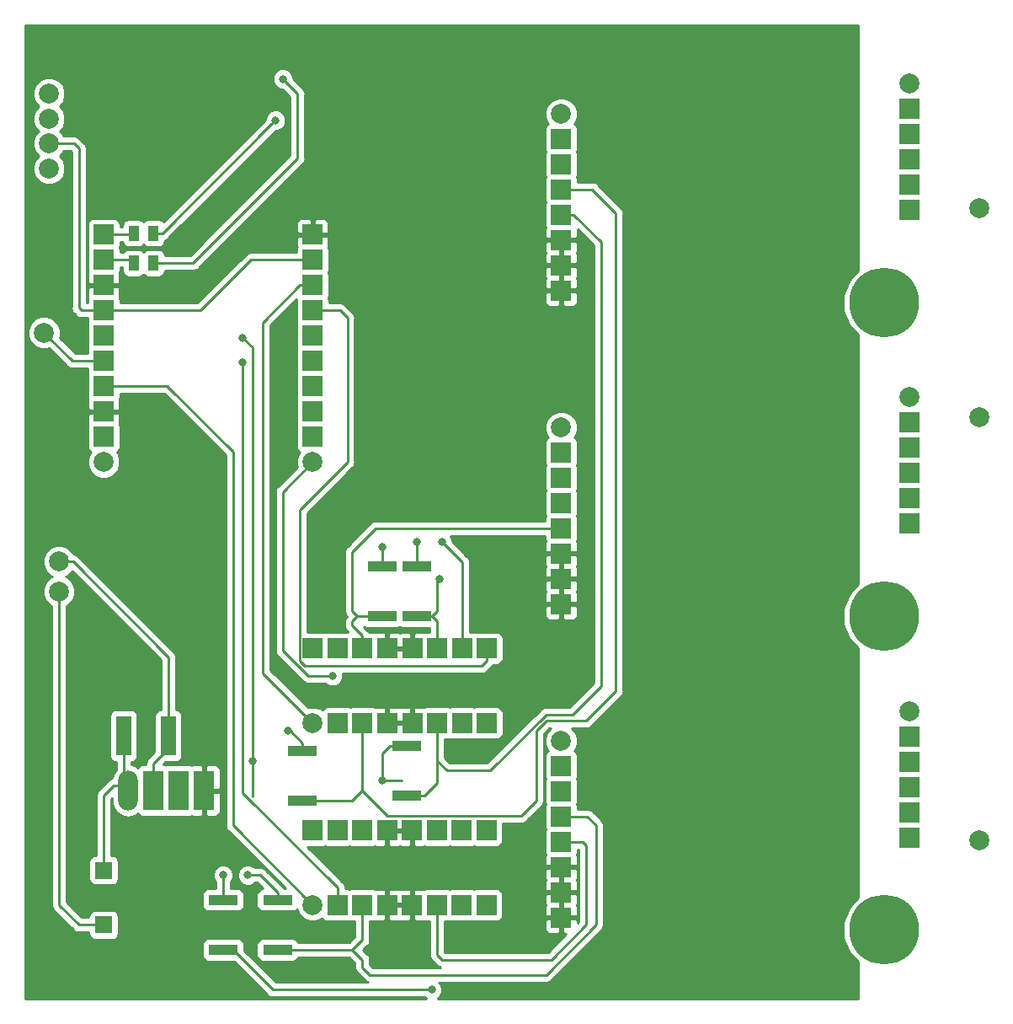
<source format=gbr>
G04 #@! TF.GenerationSoftware,KiCad,Pcbnew,(5.0.0)*
G04 #@! TF.CreationDate,2019-01-30T09:12:48+03:00*
G04 #@! TF.ProjectId,invertor,696E766572746F722E6B696361645F70,rev?*
G04 #@! TF.SameCoordinates,Original*
G04 #@! TF.FileFunction,Copper,L2,Bot,Signal*
G04 #@! TF.FilePolarity,Positive*
%FSLAX46Y46*%
G04 Gerber Fmt 4.6, Leading zero omitted, Abs format (unit mm)*
G04 Created by KiCad (PCBNEW (5.0.0)) date 01/30/19 09:12:48*
%MOMM*%
%LPD*%
G01*
G04 APERTURE LIST*
G04 #@! TA.AperFunction,ComponentPad*
%ADD10R,2.000000X2.000000*%
G04 #@! TD*
G04 #@! TA.AperFunction,ComponentPad*
%ADD11C,2.000000*%
G04 #@! TD*
G04 #@! TA.AperFunction,ComponentPad*
%ADD12C,7.000000*%
G04 #@! TD*
G04 #@! TA.AperFunction,SMDPad,CuDef*
%ADD13R,1.500000X4.000000*%
G04 #@! TD*
G04 #@! TA.AperFunction,ComponentPad*
%ADD14R,1.700000X1.700000*%
G04 #@! TD*
G04 #@! TA.AperFunction,ComponentPad*
%ADD15R,2.000000X4.000000*%
G04 #@! TD*
G04 #@! TA.AperFunction,ComponentPad*
%ADD16O,2.000000X4.000000*%
G04 #@! TD*
G04 #@! TA.AperFunction,SMDPad,CuDef*
%ADD17R,1.000000X1.500000*%
G04 #@! TD*
G04 #@! TA.AperFunction,SMDPad,CuDef*
%ADD18R,3.000000X1.000000*%
G04 #@! TD*
G04 #@! TA.AperFunction,ViaPad*
%ADD19C,0.800000*%
G04 #@! TD*
G04 #@! TA.AperFunction,Conductor*
%ADD20C,0.250000*%
G04 #@! TD*
G04 #@! TA.AperFunction,Conductor*
%ADD21C,0.254000*%
G04 #@! TD*
G04 APERTURE END LIST*
D10*
G04 #@! TO.P,A2,10*
G04 #@! TO.N,Net-(A2-Pad10)*
X-110000000Y460000D03*
G04 #@! TO.P,A2,12*
X-110000000Y-4620000D03*
G04 #@! TO.P,A2,14*
X-110000000Y-9700000D03*
G04 #@! TO.P,A2,13*
X-110000000Y-7160000D03*
G04 #@! TO.P,A2,11*
X-110000000Y-2080000D03*
D11*
G04 #@! TO.P,A2,9*
X-110000000Y3000000D03*
D12*
G04 #@! TO.P,A2,*
G04 #@! TO.N,*
X-112500000Y-19000000D03*
D10*
G04 #@! TO.P,A2,8*
G04 #@! TO.N,0dc*
X-145000000Y-17780000D03*
G04 #@! TO.P,A2,7*
X-145000000Y-15240000D03*
G04 #@! TO.P,A2,6*
X-145000000Y-12700000D03*
G04 #@! TO.P,A2,5*
G04 #@! TO.N,Net-(A2-Pad5)*
X-145000000Y-10160000D03*
G04 #@! TO.P,A2,4*
G04 #@! TO.N,Net-(A2-Pad4)*
X-145000000Y-7620000D03*
G04 #@! TO.P,A2,3*
G04 #@! TO.N,12dc*
X-145000000Y-5080000D03*
G04 #@! TO.P,A2,2*
X-145000000Y-2540000D03*
D11*
G04 #@! TO.P,A2,1*
X-145000000Y0D03*
G04 #@! TD*
D10*
G04 #@! TO.P,A3,10*
G04 #@! TO.N,Net-(A3-Pad10)*
X-110000000Y-31040000D03*
G04 #@! TO.P,A3,12*
X-110000000Y-36120000D03*
G04 #@! TO.P,A3,14*
X-110000000Y-41200000D03*
G04 #@! TO.P,A3,13*
X-110000000Y-38660000D03*
G04 #@! TO.P,A3,11*
X-110000000Y-33580000D03*
D11*
G04 #@! TO.P,A3,9*
X-110000000Y-28500000D03*
D12*
G04 #@! TO.P,A3,*
G04 #@! TO.N,*
X-112500000Y-50500000D03*
D10*
G04 #@! TO.P,A3,8*
G04 #@! TO.N,0dc*
X-145000000Y-49280000D03*
G04 #@! TO.P,A3,7*
X-145000000Y-46740000D03*
G04 #@! TO.P,A3,6*
X-145000000Y-44200000D03*
G04 #@! TO.P,A3,5*
G04 #@! TO.N,Net-(A3-Pad5)*
X-145000000Y-41660000D03*
G04 #@! TO.P,A3,4*
G04 #@! TO.N,Net-(A3-Pad4)*
X-145000000Y-39120000D03*
G04 #@! TO.P,A3,3*
G04 #@! TO.N,12dc*
X-145000000Y-36580000D03*
G04 #@! TO.P,A3,2*
X-145000000Y-34040000D03*
D11*
G04 #@! TO.P,A3,1*
X-145000000Y-31500000D03*
G04 #@! TD*
D10*
G04 #@! TO.P,A4,10*
G04 #@! TO.N,Net-(A4-Pad10)*
X-110000000Y-62540000D03*
G04 #@! TO.P,A4,12*
X-110000000Y-67620000D03*
G04 #@! TO.P,A4,14*
X-110000000Y-72700000D03*
G04 #@! TO.P,A4,13*
X-110000000Y-70160000D03*
G04 #@! TO.P,A4,11*
X-110000000Y-65080000D03*
D11*
G04 #@! TO.P,A4,9*
X-110000000Y-60000000D03*
D12*
G04 #@! TO.P,A4,*
G04 #@! TO.N,*
X-112500000Y-82000000D03*
D10*
G04 #@! TO.P,A4,8*
G04 #@! TO.N,0dc*
X-145000000Y-80780000D03*
G04 #@! TO.P,A4,7*
X-145000000Y-78240000D03*
G04 #@! TO.P,A4,6*
X-145000000Y-75700000D03*
G04 #@! TO.P,A4,5*
G04 #@! TO.N,Net-(A4-Pad5)*
X-145000000Y-73160000D03*
G04 #@! TO.P,A4,4*
G04 #@! TO.N,Net-(A4-Pad4)*
X-145000000Y-70620000D03*
G04 #@! TO.P,A4,3*
G04 #@! TO.N,12dc*
X-145000000Y-68080000D03*
G04 #@! TO.P,A4,2*
X-145000000Y-65540000D03*
D11*
G04 #@! TO.P,A4,1*
X-145000000Y-63000000D03*
G04 #@! TD*
G04 #@! TO.P,A1,1*
G04 #@! TO.N,K1*
X-170000000Y-35000000D03*
G04 #@! TO.P,A1,11*
G04 #@! TO.N,Net-(A1-Pad11)*
X-191000000Y-35000000D03*
D10*
G04 #@! TO.P,A1,2*
G04 #@! TO.N,K2*
X-170000000Y-32460000D03*
G04 #@! TO.P,A1,3*
G04 #@! TO.N,K3*
X-170000000Y-29920000D03*
G04 #@! TO.P,A1,4*
G04 #@! TO.N,K4*
X-170000000Y-27380000D03*
G04 #@! TO.P,A1,5*
G04 #@! TO.N,K5*
X-170000000Y-24840000D03*
G04 #@! TO.P,A1,6*
G04 #@! TO.N,K6*
X-170000000Y-22300000D03*
G04 #@! TO.P,A1,7*
G04 #@! TO.N,Net-(A1-Pad7)*
X-170000000Y-19760000D03*
G04 #@! TO.P,A1,8*
G04 #@! TO.N,Net-(A1-Pad8)*
X-170000000Y-17220000D03*
G04 #@! TO.P,A1,9*
G04 #@! TO.N,vcc*
X-170000000Y-14680000D03*
G04 #@! TO.P,A1,10*
G04 #@! TO.N,0dc*
X-170000000Y-12140000D03*
G04 #@! TO.P,A1,13*
X-191000000Y-29920000D03*
G04 #@! TO.P,A1,12*
G04 #@! TO.N,Net-(A1-Pad12)*
X-191000000Y-32460000D03*
G04 #@! TO.P,A1,16*
G04 #@! TO.N,en*
X-191000000Y-22300000D03*
G04 #@! TO.P,A1,18*
G04 #@! TO.N,0dc*
X-191000000Y-17220000D03*
G04 #@! TO.P,A1,17*
G04 #@! TO.N,vcc*
X-191000000Y-19760000D03*
G04 #@! TO.P,A1,15*
G04 #@! TO.N,Net-(A1-Pad15)*
X-191000000Y-24840000D03*
G04 #@! TO.P,A1,20*
G04 #@! TO.N,rx*
X-191000000Y-12140000D03*
G04 #@! TO.P,A1,14*
G04 #@! TO.N,Net-(A1-Pad14)*
X-191000000Y-27380000D03*
G04 #@! TO.P,A1,19*
G04 #@! TO.N,tx*
X-191000000Y-14680000D03*
G04 #@! TD*
D13*
G04 #@! TO.P,C1,1*
G04 #@! TO.N,12dc*
X-189000000Y-62500000D03*
G04 #@! TO.P,C1,2*
G04 #@! TO.N,Net-(C1-Pad2)*
X-184500000Y-62500000D03*
G04 #@! TD*
D11*
G04 #@! TO.P,DA1,1*
G04 #@! TO.N,Net-(A1-Pad14)*
X-170000000Y-79500000D03*
D10*
G04 #@! TO.P,DA1,2*
G04 #@! TO.N,K5*
X-167500000Y-79500000D03*
G04 #@! TO.P,DA1,3*
G04 #@! TO.N,Net-(A4-Pad4)*
X-165000000Y-79500000D03*
G04 #@! TO.P,DA1,4*
G04 #@! TO.N,0dc*
X-162500000Y-79500000D03*
G04 #@! TO.P,DA1,5*
X-160000000Y-79500000D03*
G04 #@! TO.P,DA1,6*
G04 #@! TO.N,Net-(A4-Pad5)*
X-157500000Y-79500000D03*
G04 #@! TO.P,DA1,7*
G04 #@! TO.N,K6*
X-155000000Y-79500000D03*
G04 #@! TO.P,DA1,8*
G04 #@! TO.N,12dc*
X-152500000Y-79500000D03*
G04 #@! TO.P,DA1,16*
G04 #@! TO.N,vcc*
X-170000000Y-72000000D03*
G04 #@! TO.P,DA1,15*
G04 #@! TO.N,Net-(DA1-Pad15)*
X-167500000Y-72000000D03*
G04 #@! TO.P,DA1,14*
G04 #@! TO.N,Net-(DA1-Pad14)*
X-165000000Y-72000000D03*
G04 #@! TO.P,DA1,13*
G04 #@! TO.N,0dc*
X-162500000Y-72000000D03*
G04 #@! TO.P,DA1,12*
X-160000000Y-72000000D03*
G04 #@! TO.P,DA1,11*
G04 #@! TO.N,Net-(DA1-Pad11)*
X-157500000Y-72000000D03*
G04 #@! TO.P,DA1,10*
G04 #@! TO.N,Net-(DA1-Pad10)*
X-155000000Y-72000000D03*
G04 #@! TO.P,DA1,9*
G04 #@! TO.N,Net-(DA1-Pad9)*
X-152500000Y-72000000D03*
G04 #@! TD*
G04 #@! TO.P,DA2,9*
G04 #@! TO.N,Net-(A1-Pad7)*
X-152480344Y-53711173D03*
G04 #@! TO.P,DA2,10*
G04 #@! TO.N,K3*
X-154980344Y-53711173D03*
G04 #@! TO.P,DA2,11*
G04 #@! TO.N,Net-(A3-Pad4)*
X-157480344Y-53711173D03*
G04 #@! TO.P,DA2,12*
G04 #@! TO.N,0dc*
X-159980344Y-53711173D03*
G04 #@! TO.P,DA2,13*
X-162480344Y-53711173D03*
G04 #@! TO.P,DA2,14*
G04 #@! TO.N,Net-(A3-Pad5)*
X-164980344Y-53711173D03*
G04 #@! TO.P,DA2,15*
G04 #@! TO.N,K4*
X-167480344Y-53711173D03*
G04 #@! TO.P,DA2,16*
G04 #@! TO.N,vcc*
X-169980344Y-53711173D03*
G04 #@! TO.P,DA2,8*
G04 #@! TO.N,12dc*
X-152480344Y-61211173D03*
G04 #@! TO.P,DA2,7*
G04 #@! TO.N,K2*
X-154980344Y-61211173D03*
G04 #@! TO.P,DA2,6*
G04 #@! TO.N,Net-(A2-Pad5)*
X-157480344Y-61211173D03*
G04 #@! TO.P,DA2,5*
G04 #@! TO.N,0dc*
X-159980344Y-61211173D03*
G04 #@! TO.P,DA2,4*
X-162480344Y-61211173D03*
G04 #@! TO.P,DA2,3*
G04 #@! TO.N,Net-(A2-Pad4)*
X-164980344Y-61211173D03*
G04 #@! TO.P,DA2,2*
G04 #@! TO.N,K1*
X-167480344Y-61211173D03*
D11*
G04 #@! TO.P,DA2,1*
G04 #@! TO.N,Net-(A1-Pad8)*
X-169980344Y-61211173D03*
G04 #@! TD*
D14*
G04 #@! TO.P,FU1,2*
G04 #@! TO.N,12dc*
X-191000000Y-76000000D03*
G04 #@! TO.P,FU1,1*
G04 #@! TO.N,Net-(FU1-Pad1)*
X-191000000Y-81500000D03*
G04 #@! TD*
D15*
G04 #@! TO.P,G1,4*
G04 #@! TO.N,0dc*
X-180920000Y-68000000D03*
G04 #@! TO.P,G1,3*
G04 #@! TO.N,Vcc*
X-183460000Y-68000000D03*
G04 #@! TO.P,G1,2*
G04 #@! TO.N,Net-(C1-Pad2)*
X-186000000Y-68000000D03*
D16*
G04 #@! TO.P,G1,1*
G04 #@! TO.N,12dc*
X-188540000Y-68000000D03*
G04 #@! TD*
D17*
G04 #@! TO.P,R7,2*
G04 #@! TO.N,Net-(DD1-Pad4)*
X-186000000Y-15000000D03*
G04 #@! TO.P,R7,1*
G04 #@! TO.N,tx*
X-188000000Y-15000000D03*
G04 #@! TD*
G04 #@! TO.P,R8,1*
G04 #@! TO.N,Net-(DD1-Pad1)*
X-186000000Y-12000000D03*
G04 #@! TO.P,R8,2*
G04 #@! TO.N,rx*
X-188000000Y-12000000D03*
G04 #@! TD*
D11*
G04 #@! TO.P,X1,1*
G04 #@! TO.N,Net-(FU1-Pad1)*
X-195500000Y-48000000D03*
G04 #@! TD*
G04 #@! TO.P,X2,1*
G04 #@! TO.N,Net-(C1-Pad2)*
X-195500000Y-45000000D03*
G04 #@! TD*
G04 #@! TO.P,X3,1*
G04 #@! TO.N,Net-(A2-Pad10)*
X-103000000Y-9500000D03*
G04 #@! TD*
G04 #@! TO.P,X4,1*
G04 #@! TO.N,Net-(A3-Pad10)*
X-103000000Y-30500000D03*
G04 #@! TD*
G04 #@! TO.P,X5,1*
G04 #@! TO.N,Net-(A4-Pad10)*
X-103000000Y-73000000D03*
G04 #@! TD*
G04 #@! TO.P,X6,1*
G04 #@! TO.N,Net-(DD1-Pad6)*
X-196500000Y2000000D03*
G04 #@! TD*
G04 #@! TO.P,X7,1*
G04 #@! TO.N,Net-(DD1-Pad7)*
X-196500000Y-500000D03*
G04 #@! TD*
G04 #@! TO.P,X8,1*
G04 #@! TO.N,vcc*
X-196500000Y-3000000D03*
G04 #@! TD*
G04 #@! TO.P,X10,1*
G04 #@! TO.N,Net-(A1-Pad15)*
X-197000000Y-22000000D03*
G04 #@! TD*
G04 #@! TO.P,X9,1*
G04 #@! TO.N,gnd*
X-196500000Y-5500000D03*
G04 #@! TD*
D18*
G04 #@! TO.P,R1,1*
G04 #@! TO.N,Net-(A2-Pad4)*
X-171000000Y-69000000D03*
G04 #@! TO.P,R1,2*
G04 #@! TO.N,Net-(HL1-Pad1)*
X-171000000Y-64000000D03*
G04 #@! TD*
G04 #@! TO.P,R2,2*
G04 #@! TO.N,Net-(HL2-Pad1)*
X-160500000Y-63500000D03*
G04 #@! TO.P,R2,1*
G04 #@! TO.N,Net-(A2-Pad5)*
X-160500000Y-68500000D03*
G04 #@! TD*
G04 #@! TO.P,R3,1*
G04 #@! TO.N,Net-(A4-Pad5)*
X-179000000Y-84000000D03*
G04 #@! TO.P,R3,2*
G04 #@! TO.N,Net-(HL3-Pad1)*
X-179000000Y-79000000D03*
G04 #@! TD*
G04 #@! TO.P,R4,2*
G04 #@! TO.N,Net-(HL4-Pad1)*
X-173500000Y-79000000D03*
G04 #@! TO.P,R4,1*
G04 #@! TO.N,Net-(A4-Pad4)*
X-173500000Y-84000000D03*
G04 #@! TD*
G04 #@! TO.P,R5,2*
G04 #@! TO.N,Net-(HL5-Pad1)*
X-159500000Y-45500000D03*
G04 #@! TO.P,R5,1*
G04 #@! TO.N,Net-(A3-Pad4)*
X-159500000Y-50500000D03*
G04 #@! TD*
G04 #@! TO.P,R6,1*
G04 #@! TO.N,Net-(A3-Pad5)*
X-163000000Y-50500000D03*
G04 #@! TO.P,R6,2*
G04 #@! TO.N,Net-(HL6-Pad1)*
X-163000000Y-45500000D03*
G04 #@! TD*
D19*
G04 #@! TO.N,K1*
X-168000000Y-56500000D03*
G04 #@! TO.N,K3*
X-157000000Y-43000000D03*
G04 #@! TO.N,K5*
X-177000000Y-25000000D03*
G04 #@! TO.N,K6*
X-177000000Y-22500000D03*
X-176000000Y-65000000D03*
G04 #@! TO.N,0dc*
X-191500000Y4000000D03*
X-179000000Y-86000000D03*
X-173500000Y-86000000D03*
G04 #@! TO.N,Net-(A3-Pad4)*
X-157237340Y-46737340D03*
G04 #@! TO.N,Net-(A4-Pad5)*
X-158000000Y-88000000D03*
G04 #@! TO.N,Net-(DD1-Pad1)*
X-173725010Y-661148D03*
G04 #@! TO.N,Net-(DD1-Pad4)*
X-173000000Y3500000D03*
G04 #@! TO.N,Net-(HL1-Pad1)*
X-172500000Y-62000000D03*
G04 #@! TO.N,Net-(HL2-Pad1)*
X-163000000Y-67000000D03*
G04 #@! TO.N,Net-(HL3-Pad1)*
X-179000000Y-76500000D03*
G04 #@! TO.N,Net-(HL4-Pad1)*
X-176500000Y-76500000D03*
G04 #@! TO.N,Net-(HL5-Pad1)*
X-159500000Y-43000000D03*
G04 #@! TO.N,Net-(HL6-Pad1)*
X-163000000Y-43500000D03*
G04 #@! TD*
D20*
G04 #@! TO.N,K1*
X-173000000Y-38000000D02*
X-173000000Y-53912930D01*
X-168565685Y-56500000D02*
X-168000000Y-56500000D01*
X-170000000Y-35000000D02*
X-173000000Y-38000000D01*
X-170412930Y-56500000D02*
X-168565685Y-56500000D01*
X-173000000Y-53912930D02*
X-170412930Y-56500000D01*
G04 #@! TO.N,K3*
X-154980344Y-45019656D02*
X-154980344Y-53711173D01*
X-157000000Y-43000000D02*
X-154980344Y-45019656D01*
G04 #@! TO.N,K5*
X-167500000Y-79500000D02*
X-167500000Y-77721413D01*
X-167500000Y-77721413D02*
X-177000000Y-68221413D01*
X-177000000Y-25565685D02*
X-177000000Y-25000000D01*
X-177000000Y-68221413D02*
X-177000000Y-25565685D01*
G04 #@! TO.N,K6*
X-176000000Y-23500000D02*
X-177000000Y-22500000D01*
X-176000000Y-68585002D02*
X-176000000Y-65000000D01*
X-176000000Y-65000000D02*
X-176000000Y-23500000D01*
G04 #@! TO.N,Net-(A1-Pad7)*
X-152480344Y-54961173D02*
X-153019171Y-55500000D01*
X-152480344Y-53711173D02*
X-152480344Y-54961173D01*
X-171305345Y-54971174D02*
X-171305345Y-39805345D01*
X-170776519Y-55500000D02*
X-171305345Y-54971174D01*
X-153019171Y-55500000D02*
X-170776519Y-55500000D01*
X-171305345Y-39805345D02*
X-166500000Y-35000000D01*
X-166500000Y-35000000D02*
X-166500000Y-20500000D01*
X-167240000Y-19760000D02*
X-170000000Y-19760000D01*
X-166500000Y-20500000D02*
X-167240000Y-19760000D01*
G04 #@! TO.N,Net-(A1-Pad8)*
X-171250000Y-17220000D02*
X-175000000Y-20970000D01*
X-170000000Y-17220000D02*
X-171250000Y-17220000D01*
X-175000000Y-56191517D02*
X-169980344Y-61211173D01*
X-175000000Y-20970000D02*
X-175000000Y-56191517D01*
G04 #@! TO.N,vcc*
X-196500000Y-3000000D02*
X-194000000Y-3000000D01*
X-194000000Y-3000000D02*
X-193500000Y-3500000D01*
X-193500000Y-3500000D02*
X-193500000Y-19500000D01*
X-193240000Y-19760000D02*
X-191000000Y-19760000D01*
X-193500000Y-19500000D02*
X-193240000Y-19760000D01*
X-191000000Y-19760000D02*
X-181260000Y-19760000D01*
X-176180000Y-14680000D02*
X-170000000Y-14680000D01*
X-181260000Y-19760000D02*
X-176180000Y-14680000D01*
G04 #@! TO.N,Net-(A1-Pad15)*
X-194160000Y-24840000D02*
X-191000000Y-24840000D01*
X-196500000Y-22500000D02*
X-194160000Y-24840000D01*
G04 #@! TO.N,rx*
X-188140000Y-12140000D02*
X-188000000Y-12000000D01*
X-191000000Y-12140000D02*
X-188140000Y-12140000D01*
G04 #@! TO.N,Net-(A1-Pad14)*
X-184620000Y-27380000D02*
X-191000000Y-27380000D01*
X-178000000Y-34000000D02*
X-184620000Y-27380000D01*
X-170000000Y-79500000D02*
X-178000000Y-71500000D01*
X-178000000Y-71500000D02*
X-178000000Y-34000000D01*
G04 #@! TO.N,tx*
X-188320000Y-14680000D02*
X-188000000Y-15000000D01*
X-191000000Y-14680000D02*
X-188320000Y-14680000D01*
G04 #@! TO.N,12dc*
X-189000000Y-67040000D02*
X-188540000Y-67500000D01*
X-189000000Y-62500000D02*
X-189000000Y-67040000D01*
X-190000000Y-67500000D02*
X-188540000Y-67500000D01*
X-191000000Y-76000000D02*
X-191000000Y-68500000D01*
X-191000000Y-68500000D02*
X-190000000Y-67500000D01*
G04 #@! TO.N,Net-(A2-Pad4)*
X-164980344Y-64211173D02*
X-164980344Y-61211173D01*
X-164980344Y-68019656D02*
X-164980344Y-61211173D01*
X-165019656Y-68019656D02*
X-164980344Y-68019656D01*
X-166000000Y-69000000D02*
X-165019656Y-68019656D01*
X-171000000Y-69000000D02*
X-166000000Y-69000000D01*
X-141880000Y-7620000D02*
X-145000000Y-7620000D01*
X-139500000Y-10000000D02*
X-141880000Y-7620000D01*
X-142500000Y-61000000D02*
X-139500000Y-58000000D01*
X-164980344Y-68019656D02*
X-162500000Y-70500000D01*
X-162500000Y-70500000D02*
X-149000000Y-70500000D01*
X-149000000Y-70500000D02*
X-147500000Y-69000000D01*
X-147500000Y-69000000D02*
X-147500000Y-62000000D01*
X-147500000Y-62000000D02*
X-146500000Y-61000000D01*
X-139500000Y-58000000D02*
X-139500000Y-10000000D01*
X-146500000Y-61000000D02*
X-142500000Y-61000000D01*
G04 #@! TO.N,Net-(A2-Pad5)*
X-157480344Y-64000000D02*
X-157480344Y-61211173D01*
X-157480344Y-64730344D02*
X-157480344Y-62461173D01*
X-143750000Y-10160000D02*
X-145000000Y-10160000D01*
X-141000000Y-12910000D02*
X-143750000Y-10160000D01*
X-141000000Y-57500000D02*
X-141000000Y-12910000D01*
X-157480344Y-61211173D02*
X-157480344Y-65019656D01*
X-157480344Y-65019656D02*
X-156500000Y-66000000D01*
X-156500000Y-66000000D02*
X-152136410Y-66000000D01*
X-152136410Y-66000000D02*
X-146500000Y-60363590D01*
X-146500000Y-60363590D02*
X-143863590Y-60363590D01*
X-143863590Y-60363590D02*
X-141000000Y-57500000D01*
X-157480344Y-62461173D02*
X-157480344Y-61211173D01*
X-157480344Y-67230344D02*
X-157480344Y-62461173D01*
X-158750000Y-68500000D02*
X-157480344Y-67230344D01*
X-160500000Y-68500000D02*
X-158750000Y-68500000D01*
G04 #@! TO.N,Net-(A3-Pad4)*
X-157500000Y-47000000D02*
X-157237340Y-46737340D01*
X-157500000Y-49000000D02*
X-157500000Y-47000000D01*
X-157480344Y-51019656D02*
X-157500000Y-51000000D01*
X-157480344Y-53711173D02*
X-157480344Y-51019656D01*
X-157237340Y-46776652D02*
X-157237340Y-46737340D01*
X-157480344Y-47019656D02*
X-157237340Y-46776652D01*
X-157980344Y-50500000D02*
X-157480344Y-51000000D01*
X-159500000Y-50500000D02*
X-157980344Y-50500000D01*
X-157480344Y-53711173D02*
X-157480344Y-51000000D01*
X-157980344Y-50500000D02*
X-157480344Y-50000000D01*
X-157480344Y-50000000D02*
X-157480344Y-47019656D01*
G04 #@! TO.N,Net-(A3-Pad5)*
X-164980344Y-53711173D02*
X-164980344Y-52461173D01*
X-163000000Y-50500000D02*
X-164480344Y-50500000D01*
X-164980344Y-52461173D02*
X-166000000Y-51441517D01*
X-166000000Y-51441517D02*
X-166000000Y-51000000D01*
X-165500000Y-50500000D02*
X-163000000Y-50500000D01*
X-166000000Y-51000000D02*
X-165500000Y-50500000D01*
X-166000000Y-50000000D02*
X-165500000Y-50500000D01*
X-166000000Y-44000000D02*
X-166000000Y-50000000D01*
X-163660000Y-41660000D02*
X-166000000Y-44000000D01*
X-145000000Y-41660000D02*
X-163660000Y-41660000D01*
G04 #@! TO.N,Net-(A4-Pad4)*
X-165000000Y-85750000D02*
X-165000000Y-85000000D01*
X-164250000Y-86500000D02*
X-165000000Y-85750000D01*
X-146500000Y-86500000D02*
X-164250000Y-86500000D01*
X-165000000Y-83000000D02*
X-165000000Y-82500000D01*
X-145000000Y-70620000D02*
X-142380000Y-70620000D01*
X-165000000Y-82500000D02*
X-165000000Y-79500000D01*
X-142380000Y-70620000D02*
X-141500000Y-71500000D01*
X-141500000Y-71500000D02*
X-141500000Y-81500000D01*
X-141500000Y-81500000D02*
X-146500000Y-86500000D01*
X-173500000Y-84000000D02*
X-166000000Y-84000000D01*
X-165000000Y-83000000D02*
X-165000000Y-79500000D01*
X-166000000Y-84000000D02*
X-165000000Y-83000000D01*
X-166000000Y-84000000D02*
X-165000000Y-85000000D01*
G04 #@! TO.N,Net-(A4-Pad5)*
X-146000000Y-85000000D02*
X-142500000Y-81500000D01*
X-142500000Y-81500000D02*
X-142500000Y-73500000D01*
X-142840000Y-73160000D02*
X-145000000Y-73160000D01*
X-142500000Y-73500000D02*
X-142840000Y-73160000D01*
X-157500000Y-82500000D02*
X-157500000Y-84500000D01*
X-157500000Y-83000000D02*
X-157500000Y-82500000D01*
X-157500000Y-82500000D02*
X-157500000Y-79500000D01*
X-157500000Y-84500000D02*
X-157000000Y-85000000D01*
X-157000000Y-85000000D02*
X-156500000Y-85000000D01*
X-156500000Y-85000000D02*
X-146000000Y-85000000D01*
X-174000000Y-88000000D02*
X-158000000Y-88000000D01*
X-179000000Y-84000000D02*
X-178000000Y-84000000D01*
X-178000000Y-84000000D02*
X-174000000Y-88000000D01*
G04 #@! TO.N,Net-(DD1-Pad1)*
X-185063862Y-12000000D02*
X-174125009Y-1061147D01*
X-174125009Y-1061147D02*
X-173725010Y-661148D01*
X-186000000Y-12000000D02*
X-185063862Y-12000000D01*
G04 #@! TO.N,Net-(DD1-Pad4)*
X-186000000Y-15000000D02*
X-182000000Y-15000000D01*
X-182000000Y-15000000D02*
X-171500000Y-4500000D01*
X-171500000Y-4500000D02*
X-171500000Y2000000D01*
X-171500000Y2000000D02*
X-173000000Y3500000D01*
G04 #@! TO.N,Net-(FU1-Pad1)*
X-195500000Y-48000000D02*
X-195500000Y-79500000D01*
X-193500000Y-81500000D02*
X-191000000Y-81500000D01*
X-195500000Y-79500000D02*
X-193500000Y-81500000D01*
G04 #@! TO.N,Net-(C1-Pad2)*
X-194085787Y-45000000D02*
X-184500000Y-54585787D01*
X-195500000Y-45000000D02*
X-194085787Y-45000000D01*
X-184500000Y-54585787D02*
X-184500000Y-62500000D01*
X-184500000Y-63750000D02*
X-184500000Y-62500000D01*
X-186000000Y-65250000D02*
X-184500000Y-63750000D01*
X-186000000Y-67500000D02*
X-186000000Y-65250000D01*
G04 #@! TO.N,Net-(HL1-Pad1)*
X-172250000Y-62000000D02*
X-172500000Y-62000000D01*
X-171000000Y-64000000D02*
X-171000000Y-63250000D01*
X-171000000Y-63250000D02*
X-172250000Y-62000000D01*
G04 #@! TO.N,Net-(HL2-Pad1)*
X-163000000Y-67000000D02*
X-161000000Y-67000000D01*
X-162250000Y-63500000D02*
X-163000000Y-64250000D01*
X-160500000Y-63500000D02*
X-162250000Y-63500000D01*
X-163000000Y-64250000D02*
X-163000000Y-67000000D01*
G04 #@! TO.N,Net-(HL3-Pad1)*
X-179000000Y-76500000D02*
X-179000000Y-78500000D01*
G04 #@! TO.N,Net-(HL4-Pad1)*
X-175934315Y-76500000D02*
X-176500000Y-76500000D01*
X-175250000Y-76500000D02*
X-175934315Y-76500000D01*
X-173500000Y-78250000D02*
X-175250000Y-76500000D01*
X-173500000Y-79000000D02*
X-173500000Y-78250000D01*
G04 #@! TO.N,Net-(HL5-Pad1)*
X-159500000Y-45000000D02*
X-159500000Y-43000000D01*
G04 #@! TO.N,Net-(HL6-Pad1)*
X-163000000Y-45500000D02*
X-163000000Y-43500000D01*
G04 #@! TD*
D21*
G04 #@! TO.N,0dc*
G36*
X-115127000Y-15779228D02*
X-116005483Y-16657711D01*
X-116635000Y-18177497D01*
X-116635000Y-19822503D01*
X-116005483Y-21342289D01*
X-115127000Y-22220772D01*
X-115127000Y-47279228D01*
X-116005483Y-48157711D01*
X-116635000Y-49677497D01*
X-116635000Y-51322503D01*
X-116005483Y-52842289D01*
X-115127000Y-53720772D01*
X-115127000Y-78779228D01*
X-116005483Y-79657711D01*
X-116635000Y-81177497D01*
X-116635000Y-82822503D01*
X-116005483Y-84342289D01*
X-115127000Y-85220772D01*
X-115127000Y-88873000D01*
X-157409289Y-88873000D01*
X-157122569Y-88586280D01*
X-156965000Y-88205874D01*
X-156965000Y-87794126D01*
X-157122569Y-87413720D01*
X-157276289Y-87260000D01*
X-146574847Y-87260000D01*
X-146500000Y-87274888D01*
X-146425153Y-87260000D01*
X-146425148Y-87260000D01*
X-146203463Y-87215904D01*
X-145952071Y-87047929D01*
X-145909669Y-86984470D01*
X-141015527Y-82090329D01*
X-140952071Y-82047929D01*
X-140857444Y-81906310D01*
X-140784096Y-81796538D01*
X-140774520Y-81748395D01*
X-140740000Y-81574852D01*
X-140740000Y-81574848D01*
X-140725112Y-81500000D01*
X-140740000Y-81425152D01*
X-140740000Y-71574847D01*
X-140725112Y-71500000D01*
X-140740000Y-71425153D01*
X-140740000Y-71425148D01*
X-140784096Y-71203463D01*
X-140952071Y-70952071D01*
X-141015527Y-70909671D01*
X-141789669Y-70135530D01*
X-141832071Y-70072071D01*
X-142083463Y-69904096D01*
X-142305148Y-69860000D01*
X-142305153Y-69860000D01*
X-142380000Y-69845112D01*
X-142454847Y-69860000D01*
X-143352560Y-69860000D01*
X-143352560Y-69620000D01*
X-143401843Y-69372235D01*
X-143416700Y-69350000D01*
X-143401843Y-69327765D01*
X-143352560Y-69080000D01*
X-143352560Y-67080000D01*
X-143401843Y-66832235D01*
X-143416700Y-66810000D01*
X-143401843Y-66787765D01*
X-143352560Y-66540000D01*
X-143352560Y-64540000D01*
X-143401843Y-64292235D01*
X-143542191Y-64082191D01*
X-143678723Y-63990962D01*
X-143613914Y-63926153D01*
X-143365000Y-63325222D01*
X-143365000Y-62674778D01*
X-143613914Y-62073847D01*
X-143927761Y-61760000D01*
X-142574847Y-61760000D01*
X-142500000Y-61774888D01*
X-142425153Y-61760000D01*
X-142425148Y-61760000D01*
X-142203463Y-61715904D01*
X-141952071Y-61547929D01*
X-141909669Y-61484470D01*
X-139015527Y-58590329D01*
X-138952071Y-58547929D01*
X-138909076Y-58483582D01*
X-138784096Y-58296538D01*
X-138768057Y-58215904D01*
X-138740000Y-58074852D01*
X-138740000Y-58074848D01*
X-138725112Y-58000000D01*
X-138740000Y-57925152D01*
X-138740000Y-10074846D01*
X-138725112Y-9999999D01*
X-138740000Y-9925152D01*
X-138740000Y-9925148D01*
X-138784096Y-9703463D01*
X-138952071Y-9452071D01*
X-139015527Y-9409671D01*
X-141289669Y-7135530D01*
X-141332071Y-7072071D01*
X-141583463Y-6904096D01*
X-141805148Y-6860000D01*
X-141805153Y-6860000D01*
X-141880000Y-6845112D01*
X-141954847Y-6860000D01*
X-143352560Y-6860000D01*
X-143352560Y-6620000D01*
X-143401843Y-6372235D01*
X-143416700Y-6350000D01*
X-143401843Y-6327765D01*
X-143352560Y-6080000D01*
X-143352560Y-4080000D01*
X-143401843Y-3832235D01*
X-143416700Y-3810000D01*
X-143401843Y-3787765D01*
X-143352560Y-3540000D01*
X-143352560Y-1540000D01*
X-143401843Y-1292235D01*
X-143542191Y-1082191D01*
X-143678723Y-990962D01*
X-143613914Y-926153D01*
X-143365000Y-325222D01*
X-143365000Y325222D01*
X-143613914Y926153D01*
X-144073847Y1386086D01*
X-144674778Y1635000D01*
X-145325222Y1635000D01*
X-145926153Y1386086D01*
X-146386086Y926153D01*
X-146635000Y325222D01*
X-146635000Y-325222D01*
X-146386086Y-926153D01*
X-146321277Y-990962D01*
X-146457809Y-1082191D01*
X-146598157Y-1292235D01*
X-146647440Y-1540000D01*
X-146647440Y-3540000D01*
X-146598157Y-3787765D01*
X-146583300Y-3810000D01*
X-146598157Y-3832235D01*
X-146647440Y-4080000D01*
X-146647440Y-6080000D01*
X-146598157Y-6327765D01*
X-146583300Y-6350000D01*
X-146598157Y-6372235D01*
X-146647440Y-6620000D01*
X-146647440Y-8620000D01*
X-146598157Y-8867765D01*
X-146583300Y-8890000D01*
X-146598157Y-8912235D01*
X-146647440Y-9160000D01*
X-146647440Y-11160000D01*
X-146598157Y-11407765D01*
X-146578474Y-11437223D01*
X-146635000Y-11573690D01*
X-146635000Y-12414250D01*
X-146476250Y-12573000D01*
X-145127000Y-12573000D01*
X-145127000Y-12553000D01*
X-144873000Y-12553000D01*
X-144873000Y-12573000D01*
X-143523750Y-12573000D01*
X-143365000Y-12414250D01*
X-143365000Y-11619802D01*
X-141759999Y-13224804D01*
X-141760000Y-57185198D01*
X-144178391Y-59603590D01*
X-146425154Y-59603590D01*
X-146500001Y-59588702D01*
X-146574848Y-59603590D01*
X-146574852Y-59603590D01*
X-146796537Y-59647686D01*
X-146859098Y-59689488D01*
X-146984474Y-59773261D01*
X-146984476Y-59773263D01*
X-147047929Y-59815661D01*
X-147090327Y-59879114D01*
X-152451211Y-65240000D01*
X-156185198Y-65240000D01*
X-156720344Y-64704855D01*
X-156720344Y-62858613D01*
X-156480344Y-62858613D01*
X-156232579Y-62809330D01*
X-156230344Y-62807837D01*
X-156228109Y-62809330D01*
X-155980344Y-62858613D01*
X-153980344Y-62858613D01*
X-153732579Y-62809330D01*
X-153730344Y-62807837D01*
X-153728109Y-62809330D01*
X-153480344Y-62858613D01*
X-151480344Y-62858613D01*
X-151232579Y-62809330D01*
X-151022535Y-62668982D01*
X-150882187Y-62458938D01*
X-150832904Y-62211173D01*
X-150832904Y-60211173D01*
X-150882187Y-59963408D01*
X-151022535Y-59753364D01*
X-151232579Y-59613016D01*
X-151480344Y-59563733D01*
X-153480344Y-59563733D01*
X-153728109Y-59613016D01*
X-153730344Y-59614509D01*
X-153732579Y-59613016D01*
X-153980344Y-59563733D01*
X-155980344Y-59563733D01*
X-156228109Y-59613016D01*
X-156230344Y-59614509D01*
X-156232579Y-59613016D01*
X-156480344Y-59563733D01*
X-158480344Y-59563733D01*
X-158728109Y-59613016D01*
X-158742260Y-59622471D01*
X-158854034Y-59576173D01*
X-159694594Y-59576173D01*
X-159853344Y-59734923D01*
X-159853344Y-61084173D01*
X-159833344Y-61084173D01*
X-159833344Y-61338173D01*
X-159853344Y-61338173D01*
X-159853344Y-61358173D01*
X-160107344Y-61358173D01*
X-160107344Y-61338173D01*
X-162353344Y-61338173D01*
X-162353344Y-61358173D01*
X-162607344Y-61358173D01*
X-162607344Y-61338173D01*
X-162627344Y-61338173D01*
X-162627344Y-61084173D01*
X-162607344Y-61084173D01*
X-162607344Y-59734923D01*
X-162353344Y-59734923D01*
X-162353344Y-61084173D01*
X-160107344Y-61084173D01*
X-160107344Y-59734923D01*
X-160266094Y-59576173D01*
X-161106654Y-59576173D01*
X-161230344Y-59627407D01*
X-161354034Y-59576173D01*
X-162194594Y-59576173D01*
X-162353344Y-59734923D01*
X-162607344Y-59734923D01*
X-162766094Y-59576173D01*
X-163606654Y-59576173D01*
X-163718428Y-59622471D01*
X-163732579Y-59613016D01*
X-163980344Y-59563733D01*
X-165980344Y-59563733D01*
X-166228109Y-59613016D01*
X-166230344Y-59614509D01*
X-166232579Y-59613016D01*
X-166480344Y-59563733D01*
X-168480344Y-59563733D01*
X-168728109Y-59613016D01*
X-168938153Y-59753364D01*
X-169013360Y-59865918D01*
X-169054191Y-59825087D01*
X-169655122Y-59576173D01*
X-170305566Y-59576173D01*
X-170471719Y-59644996D01*
X-174240000Y-55876716D01*
X-174240000Y-21284801D01*
X-171630616Y-18675417D01*
X-171647440Y-18760000D01*
X-171647440Y-20760000D01*
X-171598157Y-21007765D01*
X-171583300Y-21030000D01*
X-171598157Y-21052235D01*
X-171647440Y-21300000D01*
X-171647440Y-23300000D01*
X-171598157Y-23547765D01*
X-171583300Y-23570000D01*
X-171598157Y-23592235D01*
X-171647440Y-23840000D01*
X-171647440Y-25840000D01*
X-171598157Y-26087765D01*
X-171583300Y-26110000D01*
X-171598157Y-26132235D01*
X-171647440Y-26380000D01*
X-171647440Y-28380000D01*
X-171598157Y-28627765D01*
X-171583300Y-28650000D01*
X-171598157Y-28672235D01*
X-171647440Y-28920000D01*
X-171647440Y-30920000D01*
X-171598157Y-31167765D01*
X-171583300Y-31190000D01*
X-171598157Y-31212235D01*
X-171647440Y-31460000D01*
X-171647440Y-33460000D01*
X-171598157Y-33707765D01*
X-171457809Y-33917809D01*
X-171321277Y-34009038D01*
X-171386086Y-34073847D01*
X-171635000Y-34674778D01*
X-171635000Y-35325222D01*
X-171566177Y-35491375D01*
X-173484470Y-37409669D01*
X-173547929Y-37452071D01*
X-173715904Y-37703464D01*
X-173760000Y-37925149D01*
X-173760000Y-37925153D01*
X-173774888Y-38000000D01*
X-173760000Y-38074847D01*
X-173759999Y-53838078D01*
X-173774888Y-53912930D01*
X-173759999Y-53987782D01*
X-173715903Y-54209467D01*
X-173547928Y-54460859D01*
X-173484472Y-54503259D01*
X-171003257Y-56984476D01*
X-170960859Y-57047929D01*
X-170897406Y-57090327D01*
X-170897404Y-57090329D01*
X-170772028Y-57174102D01*
X-170709467Y-57215904D01*
X-170487782Y-57260000D01*
X-170487778Y-57260000D01*
X-170412931Y-57274888D01*
X-170338084Y-57260000D01*
X-168703711Y-57260000D01*
X-168586280Y-57377431D01*
X-168205874Y-57535000D01*
X-167794126Y-57535000D01*
X-167413720Y-57377431D01*
X-167122569Y-57086280D01*
X-166965000Y-56705874D01*
X-166965000Y-56294126D01*
X-166979135Y-56260000D01*
X-153094018Y-56260000D01*
X-153019171Y-56274888D01*
X-152944324Y-56260000D01*
X-152944319Y-56260000D01*
X-152722634Y-56215904D01*
X-152471242Y-56047929D01*
X-152428841Y-55984471D01*
X-151995869Y-55551501D01*
X-151932415Y-55509102D01*
X-151890017Y-55445649D01*
X-151890015Y-55445647D01*
X-151831861Y-55358613D01*
X-151480344Y-55358613D01*
X-151232579Y-55309330D01*
X-151022535Y-55168982D01*
X-150882187Y-54958938D01*
X-150832904Y-54711173D01*
X-150832904Y-52711173D01*
X-150882187Y-52463408D01*
X-151022535Y-52253364D01*
X-151232579Y-52113016D01*
X-151480344Y-52063733D01*
X-153480344Y-52063733D01*
X-153728109Y-52113016D01*
X-153730344Y-52114509D01*
X-153732579Y-52113016D01*
X-153980344Y-52063733D01*
X-154220344Y-52063733D01*
X-154220344Y-49565750D01*
X-146635000Y-49565750D01*
X-146635000Y-50406310D01*
X-146538327Y-50639699D01*
X-146359698Y-50818327D01*
X-146126309Y-50915000D01*
X-145285750Y-50915000D01*
X-145127000Y-50756250D01*
X-145127000Y-49407000D01*
X-144873000Y-49407000D01*
X-144873000Y-50756250D01*
X-144714250Y-50915000D01*
X-143873691Y-50915000D01*
X-143640302Y-50818327D01*
X-143461673Y-50639699D01*
X-143365000Y-50406310D01*
X-143365000Y-49565750D01*
X-143523750Y-49407000D01*
X-144873000Y-49407000D01*
X-145127000Y-49407000D01*
X-146476250Y-49407000D01*
X-146635000Y-49565750D01*
X-154220344Y-49565750D01*
X-154220344Y-47025750D01*
X-146635000Y-47025750D01*
X-146635000Y-47866310D01*
X-146575482Y-48010000D01*
X-146635000Y-48153690D01*
X-146635000Y-48994250D01*
X-146476250Y-49153000D01*
X-145127000Y-49153000D01*
X-145127000Y-46867000D01*
X-144873000Y-46867000D01*
X-144873000Y-49153000D01*
X-143523750Y-49153000D01*
X-143365000Y-48994250D01*
X-143365000Y-48153690D01*
X-143424518Y-48010000D01*
X-143365000Y-47866310D01*
X-143365000Y-47025750D01*
X-143523750Y-46867000D01*
X-144873000Y-46867000D01*
X-145127000Y-46867000D01*
X-146476250Y-46867000D01*
X-146635000Y-47025750D01*
X-154220344Y-47025750D01*
X-154220344Y-45094503D01*
X-154205456Y-45019656D01*
X-154220344Y-44944809D01*
X-154220344Y-44944804D01*
X-154264440Y-44723119D01*
X-154423045Y-44485750D01*
X-146635000Y-44485750D01*
X-146635000Y-45326310D01*
X-146575482Y-45470000D01*
X-146635000Y-45613690D01*
X-146635000Y-46454250D01*
X-146476250Y-46613000D01*
X-145127000Y-46613000D01*
X-145127000Y-44327000D01*
X-144873000Y-44327000D01*
X-144873000Y-46613000D01*
X-143523750Y-46613000D01*
X-143365000Y-46454250D01*
X-143365000Y-45613690D01*
X-143424518Y-45470000D01*
X-143365000Y-45326310D01*
X-143365000Y-44485750D01*
X-143523750Y-44327000D01*
X-144873000Y-44327000D01*
X-145127000Y-44327000D01*
X-146476250Y-44327000D01*
X-146635000Y-44485750D01*
X-154423045Y-44485750D01*
X-154432415Y-44471727D01*
X-154495871Y-44429327D01*
X-155965000Y-42960199D01*
X-155965000Y-42794126D01*
X-156119968Y-42420000D01*
X-146647440Y-42420000D01*
X-146647440Y-42660000D01*
X-146598157Y-42907765D01*
X-146578474Y-42937223D01*
X-146635000Y-43073690D01*
X-146635000Y-43914250D01*
X-146476250Y-44073000D01*
X-145127000Y-44073000D01*
X-145127000Y-44053000D01*
X-144873000Y-44053000D01*
X-144873000Y-44073000D01*
X-143523750Y-44073000D01*
X-143365000Y-43914250D01*
X-143365000Y-43073690D01*
X-143421526Y-42937223D01*
X-143401843Y-42907765D01*
X-143352560Y-42660000D01*
X-143352560Y-40660000D01*
X-143401843Y-40412235D01*
X-143416700Y-40390000D01*
X-143401843Y-40367765D01*
X-143352560Y-40120000D01*
X-143352560Y-38120000D01*
X-143401843Y-37872235D01*
X-143416700Y-37850000D01*
X-143401843Y-37827765D01*
X-143352560Y-37580000D01*
X-143352560Y-35580000D01*
X-143401843Y-35332235D01*
X-143416700Y-35310000D01*
X-143401843Y-35287765D01*
X-143352560Y-35040000D01*
X-143352560Y-33040000D01*
X-143401843Y-32792235D01*
X-143542191Y-32582191D01*
X-143678723Y-32490962D01*
X-143613914Y-32426153D01*
X-143365000Y-31825222D01*
X-143365000Y-31174778D01*
X-143613914Y-30573847D01*
X-144073847Y-30113914D01*
X-144674778Y-29865000D01*
X-145325222Y-29865000D01*
X-145926153Y-30113914D01*
X-146386086Y-30573847D01*
X-146635000Y-31174778D01*
X-146635000Y-31825222D01*
X-146386086Y-32426153D01*
X-146321277Y-32490962D01*
X-146457809Y-32582191D01*
X-146598157Y-32792235D01*
X-146647440Y-33040000D01*
X-146647440Y-35040000D01*
X-146598157Y-35287765D01*
X-146583300Y-35310000D01*
X-146598157Y-35332235D01*
X-146647440Y-35580000D01*
X-146647440Y-37580000D01*
X-146598157Y-37827765D01*
X-146583300Y-37850000D01*
X-146598157Y-37872235D01*
X-146647440Y-38120000D01*
X-146647440Y-40120000D01*
X-146598157Y-40367765D01*
X-146583300Y-40390000D01*
X-146598157Y-40412235D01*
X-146647440Y-40660000D01*
X-146647440Y-40900000D01*
X-163585152Y-40900000D01*
X-163660000Y-40885112D01*
X-163734848Y-40900000D01*
X-163734852Y-40900000D01*
X-163908395Y-40934520D01*
X-163956538Y-40944096D01*
X-164143582Y-41069076D01*
X-164207929Y-41112071D01*
X-164250329Y-41175527D01*
X-166484470Y-43409669D01*
X-166547929Y-43452071D01*
X-166715904Y-43703464D01*
X-166760000Y-43925149D01*
X-166760000Y-43925153D01*
X-166774888Y-44000000D01*
X-166760000Y-44074847D01*
X-166759999Y-49925148D01*
X-166774888Y-50000000D01*
X-166715903Y-50296537D01*
X-166611978Y-50452071D01*
X-166579953Y-50500000D01*
X-166715904Y-50703463D01*
X-166760000Y-50925148D01*
X-166760000Y-50925153D01*
X-166774888Y-51000000D01*
X-166760000Y-51074847D01*
X-166760000Y-51366670D01*
X-166774888Y-51441517D01*
X-166760000Y-51516364D01*
X-166760000Y-51516368D01*
X-166715904Y-51738053D01*
X-166547929Y-51989446D01*
X-166484471Y-52031848D01*
X-166445693Y-52070625D01*
X-166480344Y-52063733D01*
X-168480344Y-52063733D01*
X-168728109Y-52113016D01*
X-168730344Y-52114509D01*
X-168732579Y-52113016D01*
X-168980344Y-52063733D01*
X-170545345Y-52063733D01*
X-170545345Y-40120146D01*
X-166015527Y-35590329D01*
X-165952071Y-35547929D01*
X-165784096Y-35296537D01*
X-165740000Y-35074852D01*
X-165740000Y-35074848D01*
X-165725112Y-35000001D01*
X-165740000Y-34925154D01*
X-165740000Y-20574846D01*
X-165725112Y-20499999D01*
X-165740000Y-20425152D01*
X-165740000Y-20425148D01*
X-165784096Y-20203463D01*
X-165952071Y-19952071D01*
X-166015527Y-19909671D01*
X-166649669Y-19275530D01*
X-166692071Y-19212071D01*
X-166943463Y-19044096D01*
X-167165148Y-19000000D01*
X-167165153Y-19000000D01*
X-167240000Y-18985112D01*
X-167314847Y-19000000D01*
X-168352560Y-19000000D01*
X-168352560Y-18760000D01*
X-168401843Y-18512235D01*
X-168416700Y-18490000D01*
X-168401843Y-18467765D01*
X-168352560Y-18220000D01*
X-168352560Y-18065750D01*
X-146635000Y-18065750D01*
X-146635000Y-18906310D01*
X-146538327Y-19139699D01*
X-146359698Y-19318327D01*
X-146126309Y-19415000D01*
X-145285750Y-19415000D01*
X-145127000Y-19256250D01*
X-145127000Y-17907000D01*
X-144873000Y-17907000D01*
X-144873000Y-19256250D01*
X-144714250Y-19415000D01*
X-143873691Y-19415000D01*
X-143640302Y-19318327D01*
X-143461673Y-19139699D01*
X-143365000Y-18906310D01*
X-143365000Y-18065750D01*
X-143523750Y-17907000D01*
X-144873000Y-17907000D01*
X-145127000Y-17907000D01*
X-146476250Y-17907000D01*
X-146635000Y-18065750D01*
X-168352560Y-18065750D01*
X-168352560Y-16220000D01*
X-168401843Y-15972235D01*
X-168416700Y-15950000D01*
X-168401843Y-15927765D01*
X-168352560Y-15680000D01*
X-168352560Y-15525750D01*
X-146635000Y-15525750D01*
X-146635000Y-16366310D01*
X-146575482Y-16510000D01*
X-146635000Y-16653690D01*
X-146635000Y-17494250D01*
X-146476250Y-17653000D01*
X-145127000Y-17653000D01*
X-145127000Y-15367000D01*
X-144873000Y-15367000D01*
X-144873000Y-17653000D01*
X-143523750Y-17653000D01*
X-143365000Y-17494250D01*
X-143365000Y-16653690D01*
X-143424518Y-16510000D01*
X-143365000Y-16366310D01*
X-143365000Y-15525750D01*
X-143523750Y-15367000D01*
X-144873000Y-15367000D01*
X-145127000Y-15367000D01*
X-146476250Y-15367000D01*
X-146635000Y-15525750D01*
X-168352560Y-15525750D01*
X-168352560Y-13680000D01*
X-168401843Y-13432235D01*
X-168421526Y-13402777D01*
X-168365000Y-13266310D01*
X-168365000Y-12985750D01*
X-146635000Y-12985750D01*
X-146635000Y-13826310D01*
X-146575482Y-13970000D01*
X-146635000Y-14113690D01*
X-146635000Y-14954250D01*
X-146476250Y-15113000D01*
X-145127000Y-15113000D01*
X-145127000Y-12827000D01*
X-144873000Y-12827000D01*
X-144873000Y-15113000D01*
X-143523750Y-15113000D01*
X-143365000Y-14954250D01*
X-143365000Y-14113690D01*
X-143424518Y-13970000D01*
X-143365000Y-13826310D01*
X-143365000Y-12985750D01*
X-143523750Y-12827000D01*
X-144873000Y-12827000D01*
X-145127000Y-12827000D01*
X-146476250Y-12827000D01*
X-146635000Y-12985750D01*
X-168365000Y-12985750D01*
X-168365000Y-12425750D01*
X-168523750Y-12267000D01*
X-169873000Y-12267000D01*
X-169873000Y-12287000D01*
X-170127000Y-12287000D01*
X-170127000Y-12267000D01*
X-171476250Y-12267000D01*
X-171635000Y-12425750D01*
X-171635000Y-13266310D01*
X-171578474Y-13402777D01*
X-171598157Y-13432235D01*
X-171647440Y-13680000D01*
X-171647440Y-13920000D01*
X-176105153Y-13920000D01*
X-176180000Y-13905112D01*
X-176254847Y-13920000D01*
X-176254852Y-13920000D01*
X-176476537Y-13964096D01*
X-176727929Y-14132071D01*
X-176770329Y-14195527D01*
X-181574801Y-19000000D01*
X-189352560Y-19000000D01*
X-189352560Y-18760000D01*
X-189401843Y-18512235D01*
X-189421526Y-18482777D01*
X-189365000Y-18346310D01*
X-189365000Y-17505750D01*
X-189523750Y-17347000D01*
X-190873000Y-17347000D01*
X-190873000Y-17367000D01*
X-191127000Y-17367000D01*
X-191127000Y-17347000D01*
X-192476250Y-17347000D01*
X-192635000Y-17505750D01*
X-192635000Y-18346310D01*
X-192578474Y-18482777D01*
X-192598157Y-18512235D01*
X-192647440Y-18760000D01*
X-192647440Y-19000000D01*
X-192740000Y-19000000D01*
X-192740000Y-11140000D01*
X-192647440Y-11140000D01*
X-192647440Y-13140000D01*
X-192598157Y-13387765D01*
X-192583300Y-13410000D01*
X-192598157Y-13432235D01*
X-192647440Y-13680000D01*
X-192647440Y-15680000D01*
X-192598157Y-15927765D01*
X-192578474Y-15957223D01*
X-192635000Y-16093690D01*
X-192635000Y-16934250D01*
X-192476250Y-17093000D01*
X-191127000Y-17093000D01*
X-191127000Y-17073000D01*
X-190873000Y-17073000D01*
X-190873000Y-17093000D01*
X-189523750Y-17093000D01*
X-189365000Y-16934250D01*
X-189365000Y-16093690D01*
X-189421526Y-15957223D01*
X-189401843Y-15927765D01*
X-189352560Y-15680000D01*
X-189352560Y-15440000D01*
X-189147440Y-15440000D01*
X-189147440Y-15750000D01*
X-189098157Y-15997765D01*
X-188957809Y-16207809D01*
X-188747765Y-16348157D01*
X-188500000Y-16397440D01*
X-187500000Y-16397440D01*
X-187252235Y-16348157D01*
X-187042191Y-16207809D01*
X-187000000Y-16144666D01*
X-186957809Y-16207809D01*
X-186747765Y-16348157D01*
X-186500000Y-16397440D01*
X-185500000Y-16397440D01*
X-185252235Y-16348157D01*
X-185042191Y-16207809D01*
X-184901843Y-15997765D01*
X-184854549Y-15760000D01*
X-182074847Y-15760000D01*
X-182000000Y-15774888D01*
X-181925153Y-15760000D01*
X-181925148Y-15760000D01*
X-181703463Y-15715904D01*
X-181452071Y-15547929D01*
X-181409669Y-15484470D01*
X-176938889Y-11013690D01*
X-171635000Y-11013690D01*
X-171635000Y-11854250D01*
X-171476250Y-12013000D01*
X-170127000Y-12013000D01*
X-170127000Y-10663750D01*
X-169873000Y-10663750D01*
X-169873000Y-12013000D01*
X-168523750Y-12013000D01*
X-168365000Y-11854250D01*
X-168365000Y-11013690D01*
X-168461673Y-10780301D01*
X-168640302Y-10601673D01*
X-168873691Y-10505000D01*
X-169714250Y-10505000D01*
X-169873000Y-10663750D01*
X-170127000Y-10663750D01*
X-170285750Y-10505000D01*
X-171126309Y-10505000D01*
X-171359698Y-10601673D01*
X-171538327Y-10780301D01*
X-171635000Y-11013690D01*
X-176938889Y-11013690D01*
X-171015524Y-5090327D01*
X-170952071Y-5047929D01*
X-170909673Y-4984476D01*
X-170909671Y-4984474D01*
X-170784097Y-4796538D01*
X-170784096Y-4796537D01*
X-170740000Y-4574852D01*
X-170740000Y-4574848D01*
X-170725112Y-4500001D01*
X-170740000Y-4425154D01*
X-170740000Y1925154D01*
X-170725112Y2000001D01*
X-170740000Y2074848D01*
X-170740000Y2074852D01*
X-170784096Y2296537D01*
X-170825898Y2359098D01*
X-170909671Y2484474D01*
X-170909673Y2484476D01*
X-170952071Y2547929D01*
X-171015524Y2590327D01*
X-171965000Y3539802D01*
X-171965000Y3705874D01*
X-172122569Y4086280D01*
X-172413720Y4377431D01*
X-172794126Y4535000D01*
X-173205874Y4535000D01*
X-173586280Y4377431D01*
X-173877431Y4086280D01*
X-174035000Y3705874D01*
X-174035000Y3294126D01*
X-173877431Y2913720D01*
X-173586280Y2622569D01*
X-173205874Y2465000D01*
X-173039802Y2465000D01*
X-172259999Y1685196D01*
X-172260000Y-4185197D01*
X-182314801Y-14240000D01*
X-184854549Y-14240000D01*
X-184901843Y-14002235D01*
X-185042191Y-13792191D01*
X-185252235Y-13651843D01*
X-185500000Y-13602560D01*
X-186500000Y-13602560D01*
X-186747765Y-13651843D01*
X-186957809Y-13792191D01*
X-187000000Y-13855334D01*
X-187042191Y-13792191D01*
X-187252235Y-13651843D01*
X-187500000Y-13602560D01*
X-188500000Y-13602560D01*
X-188747765Y-13651843D01*
X-188957809Y-13792191D01*
X-189043209Y-13920000D01*
X-189352560Y-13920000D01*
X-189352560Y-13680000D01*
X-189401843Y-13432235D01*
X-189416700Y-13410000D01*
X-189401843Y-13387765D01*
X-189352560Y-13140000D01*
X-189352560Y-12900000D01*
X-189117603Y-12900000D01*
X-189098157Y-12997765D01*
X-188957809Y-13207809D01*
X-188747765Y-13348157D01*
X-188500000Y-13397440D01*
X-187500000Y-13397440D01*
X-187252235Y-13348157D01*
X-187042191Y-13207809D01*
X-187000000Y-13144666D01*
X-186957809Y-13207809D01*
X-186747765Y-13348157D01*
X-186500000Y-13397440D01*
X-185500000Y-13397440D01*
X-185252235Y-13348157D01*
X-185042191Y-13207809D01*
X-184901843Y-12997765D01*
X-184852560Y-12750000D01*
X-184852560Y-12732858D01*
X-184767325Y-12715904D01*
X-184515933Y-12547929D01*
X-184473531Y-12484470D01*
X-173685208Y-1696148D01*
X-173519136Y-1696148D01*
X-173138730Y-1538579D01*
X-172847579Y-1247428D01*
X-172690010Y-867022D01*
X-172690010Y-455274D01*
X-172847579Y-74868D01*
X-173138730Y216283D01*
X-173519136Y373852D01*
X-173930884Y373852D01*
X-174311290Y216283D01*
X-174602441Y-74868D01*
X-174760010Y-455274D01*
X-174760010Y-621346D01*
X-184997595Y-10858932D01*
X-185042191Y-10792191D01*
X-185252235Y-10651843D01*
X-185500000Y-10602560D01*
X-186500000Y-10602560D01*
X-186747765Y-10651843D01*
X-186957809Y-10792191D01*
X-187000000Y-10855334D01*
X-187042191Y-10792191D01*
X-187252235Y-10651843D01*
X-187500000Y-10602560D01*
X-188500000Y-10602560D01*
X-188747765Y-10651843D01*
X-188957809Y-10792191D01*
X-189098157Y-11002235D01*
X-189147440Y-11250000D01*
X-189147440Y-11380000D01*
X-189352560Y-11380000D01*
X-189352560Y-11140000D01*
X-189401843Y-10892235D01*
X-189542191Y-10682191D01*
X-189752235Y-10541843D01*
X-190000000Y-10492560D01*
X-192000000Y-10492560D01*
X-192247765Y-10541843D01*
X-192457809Y-10682191D01*
X-192598157Y-10892235D01*
X-192647440Y-11140000D01*
X-192740000Y-11140000D01*
X-192740000Y-3574848D01*
X-192725112Y-3500000D01*
X-192740000Y-3425152D01*
X-192740000Y-3425148D01*
X-192784096Y-3203463D01*
X-192784096Y-3203462D01*
X-192909671Y-3015527D01*
X-192952071Y-2952071D01*
X-193015527Y-2909671D01*
X-193409669Y-2515529D01*
X-193452071Y-2452071D01*
X-193703463Y-2284096D01*
X-193925148Y-2240000D01*
X-193925153Y-2240000D01*
X-194000000Y-2225112D01*
X-194074847Y-2240000D01*
X-195045091Y-2240000D01*
X-195113914Y-2073847D01*
X-195437761Y-1750000D01*
X-195113914Y-1426153D01*
X-194865000Y-825222D01*
X-194865000Y-174778D01*
X-195113914Y426153D01*
X-195437761Y750000D01*
X-195113914Y1073847D01*
X-194865000Y1674778D01*
X-194865000Y2325222D01*
X-195113914Y2926153D01*
X-195573847Y3386086D01*
X-196174778Y3635000D01*
X-196825222Y3635000D01*
X-197426153Y3386086D01*
X-197886086Y2926153D01*
X-198135000Y2325222D01*
X-198135000Y1674778D01*
X-197886086Y1073847D01*
X-197562239Y750000D01*
X-197886086Y426153D01*
X-198135000Y-174778D01*
X-198135000Y-825222D01*
X-197886086Y-1426153D01*
X-197562239Y-1750000D01*
X-197886086Y-2073847D01*
X-198135000Y-2674778D01*
X-198135000Y-3325222D01*
X-197886086Y-3926153D01*
X-197562239Y-4250000D01*
X-197886086Y-4573847D01*
X-198135000Y-5174778D01*
X-198135000Y-5825222D01*
X-197886086Y-6426153D01*
X-197426153Y-6886086D01*
X-196825222Y-7135000D01*
X-196174778Y-7135000D01*
X-195573847Y-6886086D01*
X-195113914Y-6426153D01*
X-194865000Y-5825222D01*
X-194865000Y-5174778D01*
X-195113914Y-4573847D01*
X-195437761Y-4250000D01*
X-195113914Y-3926153D01*
X-195045091Y-3760000D01*
X-194314801Y-3760000D01*
X-194260000Y-3814802D01*
X-194259999Y-19425148D01*
X-194274888Y-19500000D01*
X-194215903Y-19796537D01*
X-194111978Y-19952071D01*
X-194047928Y-20047929D01*
X-193984472Y-20090329D01*
X-193830331Y-20244470D01*
X-193787929Y-20307929D01*
X-193536537Y-20475904D01*
X-193314852Y-20520000D01*
X-193314848Y-20520000D01*
X-193240000Y-20534888D01*
X-193165152Y-20520000D01*
X-192647440Y-20520000D01*
X-192647440Y-20760000D01*
X-192598157Y-21007765D01*
X-192583300Y-21030000D01*
X-192598157Y-21052235D01*
X-192647440Y-21300000D01*
X-192647440Y-23300000D01*
X-192598157Y-23547765D01*
X-192583300Y-23570000D01*
X-192598157Y-23592235D01*
X-192647440Y-23840000D01*
X-192647440Y-24080000D01*
X-193845198Y-24080000D01*
X-195433823Y-22491376D01*
X-195365000Y-22325222D01*
X-195365000Y-21674778D01*
X-195613914Y-21073847D01*
X-196073847Y-20613914D01*
X-196674778Y-20365000D01*
X-197325222Y-20365000D01*
X-197926153Y-20613914D01*
X-198386086Y-21073847D01*
X-198635000Y-21674778D01*
X-198635000Y-22325222D01*
X-198386086Y-22926153D01*
X-197926153Y-23386086D01*
X-197325222Y-23635000D01*
X-196674778Y-23635000D01*
X-196508624Y-23566177D01*
X-194750329Y-25324473D01*
X-194707929Y-25387929D01*
X-194644473Y-25430329D01*
X-194456538Y-25555904D01*
X-194408395Y-25565480D01*
X-194234852Y-25600000D01*
X-194234848Y-25600000D01*
X-194160000Y-25614888D01*
X-194085152Y-25600000D01*
X-192647440Y-25600000D01*
X-192647440Y-25840000D01*
X-192598157Y-26087765D01*
X-192583300Y-26110000D01*
X-192598157Y-26132235D01*
X-192647440Y-26380000D01*
X-192647440Y-28380000D01*
X-192598157Y-28627765D01*
X-192578474Y-28657223D01*
X-192635000Y-28793690D01*
X-192635000Y-29634250D01*
X-192476250Y-29793000D01*
X-191127000Y-29793000D01*
X-191127000Y-29773000D01*
X-190873000Y-29773000D01*
X-190873000Y-29793000D01*
X-189523750Y-29793000D01*
X-189365000Y-29634250D01*
X-189365000Y-28793690D01*
X-189421526Y-28657223D01*
X-189401843Y-28627765D01*
X-189352560Y-28380000D01*
X-189352560Y-28140000D01*
X-184934801Y-28140000D01*
X-178759999Y-34314803D01*
X-178760000Y-71425153D01*
X-178774888Y-71500000D01*
X-178760000Y-71574847D01*
X-178760000Y-71574851D01*
X-178715904Y-71796536D01*
X-178547929Y-72047929D01*
X-178484470Y-72090331D01*
X-172722242Y-77852560D01*
X-172851517Y-77852560D01*
X-172909671Y-77765527D01*
X-172952071Y-77702071D01*
X-173015527Y-77659671D01*
X-174659669Y-76015530D01*
X-174702071Y-75952071D01*
X-174953463Y-75784096D01*
X-175175148Y-75740000D01*
X-175175153Y-75740000D01*
X-175250000Y-75725112D01*
X-175324847Y-75740000D01*
X-175796289Y-75740000D01*
X-175913720Y-75622569D01*
X-176294126Y-75465000D01*
X-176705874Y-75465000D01*
X-177086280Y-75622569D01*
X-177377431Y-75913720D01*
X-177535000Y-76294126D01*
X-177535000Y-76705874D01*
X-177377431Y-77086280D01*
X-177086280Y-77377431D01*
X-176705874Y-77535000D01*
X-176294126Y-77535000D01*
X-175913720Y-77377431D01*
X-175796289Y-77260000D01*
X-175564801Y-77260000D01*
X-174972241Y-77852560D01*
X-175000000Y-77852560D01*
X-175247765Y-77901843D01*
X-175457809Y-78042191D01*
X-175598157Y-78252235D01*
X-175647440Y-78500000D01*
X-175647440Y-79500000D01*
X-175598157Y-79747765D01*
X-175457809Y-79957809D01*
X-175247765Y-80098157D01*
X-175000000Y-80147440D01*
X-172000000Y-80147440D01*
X-171752235Y-80098157D01*
X-171571867Y-79977638D01*
X-171386086Y-80426153D01*
X-170926153Y-80886086D01*
X-170325222Y-81135000D01*
X-169674778Y-81135000D01*
X-169073847Y-80886086D01*
X-169033016Y-80845255D01*
X-168957809Y-80957809D01*
X-168747765Y-81098157D01*
X-168500000Y-81147440D01*
X-166500000Y-81147440D01*
X-166252235Y-81098157D01*
X-166250000Y-81096664D01*
X-166247765Y-81098157D01*
X-166000000Y-81147440D01*
X-165760000Y-81147440D01*
X-165759999Y-81203464D01*
X-165760000Y-82685198D01*
X-166314801Y-83240000D01*
X-171410018Y-83240000D01*
X-171542191Y-83042191D01*
X-171752235Y-82901843D01*
X-172000000Y-82852560D01*
X-175000000Y-82852560D01*
X-175247765Y-82901843D01*
X-175457809Y-83042191D01*
X-175598157Y-83252235D01*
X-175647440Y-83500000D01*
X-175647440Y-84500000D01*
X-175598157Y-84747765D01*
X-175457809Y-84957809D01*
X-175247765Y-85098157D01*
X-175000000Y-85147440D01*
X-172000000Y-85147440D01*
X-171752235Y-85098157D01*
X-171542191Y-84957809D01*
X-171410018Y-84760000D01*
X-166314801Y-84760000D01*
X-165760000Y-85314802D01*
X-165760000Y-85675153D01*
X-165774888Y-85750000D01*
X-165760000Y-85824847D01*
X-165760000Y-85824851D01*
X-165715904Y-86046536D01*
X-165547929Y-86297929D01*
X-165484470Y-86340331D01*
X-164840329Y-86984473D01*
X-164797929Y-87047929D01*
X-164546537Y-87215904D01*
X-164425399Y-87240000D01*
X-173685198Y-87240000D01*
X-176852560Y-84072639D01*
X-176852560Y-83500000D01*
X-176901843Y-83252235D01*
X-177042191Y-83042191D01*
X-177252235Y-82901843D01*
X-177500000Y-82852560D01*
X-180500000Y-82852560D01*
X-180747765Y-82901843D01*
X-180957809Y-83042191D01*
X-181098157Y-83252235D01*
X-181147440Y-83500000D01*
X-181147440Y-84500000D01*
X-181098157Y-84747765D01*
X-180957809Y-84957809D01*
X-180747765Y-85098157D01*
X-180500000Y-85147440D01*
X-177927361Y-85147440D01*
X-174590329Y-88484473D01*
X-174547929Y-88547929D01*
X-174296537Y-88715904D01*
X-174074852Y-88760000D01*
X-174074848Y-88760000D01*
X-174000001Y-88774888D01*
X-173925154Y-88760000D01*
X-158703711Y-88760000D01*
X-158590711Y-88873000D01*
X-198873000Y-88873000D01*
X-198873000Y-44674778D01*
X-197135000Y-44674778D01*
X-197135000Y-45325222D01*
X-196886086Y-45926153D01*
X-196426153Y-46386086D01*
X-196151141Y-46500000D01*
X-196426153Y-46613914D01*
X-196886086Y-47073847D01*
X-197135000Y-47674778D01*
X-197135000Y-48325222D01*
X-196886086Y-48926153D01*
X-196426153Y-49386086D01*
X-196260000Y-49454909D01*
X-196259999Y-79425148D01*
X-196274888Y-79500000D01*
X-196215903Y-79796537D01*
X-196108144Y-79957809D01*
X-196047928Y-80047929D01*
X-195984472Y-80090329D01*
X-194090329Y-81984473D01*
X-194047929Y-82047929D01*
X-193796537Y-82215904D01*
X-193574852Y-82260000D01*
X-193574848Y-82260000D01*
X-193500001Y-82274888D01*
X-193425154Y-82260000D01*
X-192497440Y-82260000D01*
X-192497440Y-82350000D01*
X-192448157Y-82597765D01*
X-192307809Y-82807809D01*
X-192097765Y-82948157D01*
X-191850000Y-82997440D01*
X-190150000Y-82997440D01*
X-189902235Y-82948157D01*
X-189692191Y-82807809D01*
X-189551843Y-82597765D01*
X-189502560Y-82350000D01*
X-189502560Y-80650000D01*
X-189551843Y-80402235D01*
X-189692191Y-80192191D01*
X-189902235Y-80051843D01*
X-190150000Y-80002560D01*
X-191850000Y-80002560D01*
X-192097765Y-80051843D01*
X-192307809Y-80192191D01*
X-192448157Y-80402235D01*
X-192497440Y-80650000D01*
X-192497440Y-80740000D01*
X-193185198Y-80740000D01*
X-194740000Y-79185199D01*
X-194740000Y-78500000D01*
X-181147440Y-78500000D01*
X-181147440Y-79500000D01*
X-181098157Y-79747765D01*
X-180957809Y-79957809D01*
X-180747765Y-80098157D01*
X-180500000Y-80147440D01*
X-177500000Y-80147440D01*
X-177252235Y-80098157D01*
X-177042191Y-79957809D01*
X-176901843Y-79747765D01*
X-176852560Y-79500000D01*
X-176852560Y-78500000D01*
X-176901843Y-78252235D01*
X-177042191Y-78042191D01*
X-177252235Y-77901843D01*
X-177500000Y-77852560D01*
X-178240000Y-77852560D01*
X-178240000Y-77203711D01*
X-178122569Y-77086280D01*
X-177965000Y-76705874D01*
X-177965000Y-76294126D01*
X-178122569Y-75913720D01*
X-178413720Y-75622569D01*
X-178794126Y-75465000D01*
X-179205874Y-75465000D01*
X-179586280Y-75622569D01*
X-179877431Y-75913720D01*
X-180035000Y-76294126D01*
X-180035000Y-76705874D01*
X-179877431Y-77086280D01*
X-179760000Y-77203711D01*
X-179759999Y-77852560D01*
X-180500000Y-77852560D01*
X-180747765Y-77901843D01*
X-180957809Y-78042191D01*
X-181098157Y-78252235D01*
X-181147440Y-78500000D01*
X-194740000Y-78500000D01*
X-194740000Y-49454909D01*
X-194573847Y-49386086D01*
X-194113914Y-48926153D01*
X-193865000Y-48325222D01*
X-193865000Y-47674778D01*
X-194113914Y-47073847D01*
X-194573847Y-46613914D01*
X-194848859Y-46500000D01*
X-194573847Y-46386086D01*
X-194174175Y-45986414D01*
X-185260000Y-54900589D01*
X-185259999Y-59854549D01*
X-185497765Y-59901843D01*
X-185707809Y-60042191D01*
X-185848157Y-60252235D01*
X-185897440Y-60500000D01*
X-185897440Y-64072638D01*
X-186484472Y-64659671D01*
X-186547928Y-64702071D01*
X-186590328Y-64765527D01*
X-186590329Y-64765528D01*
X-186715903Y-64953463D01*
X-186774888Y-65250000D01*
X-186759999Y-65324852D01*
X-186759999Y-65352560D01*
X-187000000Y-65352560D01*
X-187247765Y-65401843D01*
X-187457809Y-65542191D01*
X-187556900Y-65690490D01*
X-187902056Y-65459864D01*
X-188240000Y-65392643D01*
X-188240000Y-65145451D01*
X-188002235Y-65098157D01*
X-187792191Y-64957809D01*
X-187651843Y-64747765D01*
X-187602560Y-64500000D01*
X-187602560Y-60500000D01*
X-187651843Y-60252235D01*
X-187792191Y-60042191D01*
X-188002235Y-59901843D01*
X-188250000Y-59852560D01*
X-189750000Y-59852560D01*
X-189997765Y-59901843D01*
X-190207809Y-60042191D01*
X-190348157Y-60252235D01*
X-190397440Y-60500000D01*
X-190397440Y-64500000D01*
X-190348157Y-64747765D01*
X-190207809Y-64957809D01*
X-189997765Y-65098157D01*
X-189759999Y-65145451D01*
X-189759999Y-65882937D01*
X-190080136Y-66362056D01*
X-190158628Y-66756664D01*
X-190296537Y-66784096D01*
X-190547929Y-66952071D01*
X-190590329Y-67015527D01*
X-191484472Y-67909671D01*
X-191547928Y-67952071D01*
X-191590328Y-68015527D01*
X-191590329Y-68015528D01*
X-191715903Y-68203463D01*
X-191774888Y-68500000D01*
X-191759999Y-68574852D01*
X-191760000Y-74502560D01*
X-191850000Y-74502560D01*
X-192097765Y-74551843D01*
X-192307809Y-74692191D01*
X-192448157Y-74902235D01*
X-192497440Y-75150000D01*
X-192497440Y-76850000D01*
X-192448157Y-77097765D01*
X-192307809Y-77307809D01*
X-192097765Y-77448157D01*
X-191850000Y-77497440D01*
X-190150000Y-77497440D01*
X-189902235Y-77448157D01*
X-189692191Y-77307809D01*
X-189551843Y-77097765D01*
X-189502560Y-76850000D01*
X-189502560Y-75150000D01*
X-189551843Y-74902235D01*
X-189692191Y-74692191D01*
X-189902235Y-74551843D01*
X-190150000Y-74502560D01*
X-190240000Y-74502560D01*
X-190240000Y-68814801D01*
X-190174999Y-68749800D01*
X-190174999Y-69161031D01*
X-190080135Y-69637945D01*
X-189718768Y-70178769D01*
X-189177944Y-70540136D01*
X-188540000Y-70667031D01*
X-187902055Y-70540136D01*
X-187556900Y-70309511D01*
X-187457809Y-70457809D01*
X-187247765Y-70598157D01*
X-187000000Y-70647440D01*
X-185000000Y-70647440D01*
X-184752235Y-70598157D01*
X-184730000Y-70583300D01*
X-184707765Y-70598157D01*
X-184460000Y-70647440D01*
X-182460000Y-70647440D01*
X-182212235Y-70598157D01*
X-182182776Y-70578473D01*
X-182046309Y-70635000D01*
X-181205750Y-70635000D01*
X-181047000Y-70476250D01*
X-181047000Y-68127000D01*
X-180793000Y-68127000D01*
X-180793000Y-70476250D01*
X-180634250Y-70635000D01*
X-179793691Y-70635000D01*
X-179560302Y-70538327D01*
X-179381673Y-70359699D01*
X-179285000Y-70126310D01*
X-179285000Y-68285750D01*
X-179443750Y-68127000D01*
X-180793000Y-68127000D01*
X-181047000Y-68127000D01*
X-181067000Y-68127000D01*
X-181067000Y-67873000D01*
X-181047000Y-67873000D01*
X-181047000Y-65523750D01*
X-180793000Y-65523750D01*
X-180793000Y-67873000D01*
X-179443750Y-67873000D01*
X-179285000Y-67714250D01*
X-179285000Y-65873690D01*
X-179381673Y-65640301D01*
X-179560302Y-65461673D01*
X-179793691Y-65365000D01*
X-180634250Y-65365000D01*
X-180793000Y-65523750D01*
X-181047000Y-65523750D01*
X-181205750Y-65365000D01*
X-182046309Y-65365000D01*
X-182182776Y-65421527D01*
X-182212235Y-65401843D01*
X-182460000Y-65352560D01*
X-184460000Y-65352560D01*
X-184707765Y-65401843D01*
X-184730000Y-65416700D01*
X-184752235Y-65401843D01*
X-185000000Y-65352560D01*
X-185027758Y-65352560D01*
X-184822638Y-65147440D01*
X-183750000Y-65147440D01*
X-183502235Y-65098157D01*
X-183292191Y-64957809D01*
X-183151843Y-64747765D01*
X-183102560Y-64500000D01*
X-183102560Y-60500000D01*
X-183151843Y-60252235D01*
X-183292191Y-60042191D01*
X-183502235Y-59901843D01*
X-183740000Y-59854549D01*
X-183740000Y-54660634D01*
X-183725112Y-54585787D01*
X-183740000Y-54510940D01*
X-183740000Y-54510935D01*
X-183784096Y-54289250D01*
X-183952071Y-54037858D01*
X-184015527Y-53995458D01*
X-193495456Y-44515530D01*
X-193537858Y-44452071D01*
X-193789250Y-44284096D01*
X-194010935Y-44240000D01*
X-194010940Y-44240000D01*
X-194048158Y-44232597D01*
X-194113914Y-44073847D01*
X-194573847Y-43613914D01*
X-195174778Y-43365000D01*
X-195825222Y-43365000D01*
X-196426153Y-43613914D01*
X-196886086Y-44073847D01*
X-197135000Y-44674778D01*
X-198873000Y-44674778D01*
X-198873000Y-31460000D01*
X-192647440Y-31460000D01*
X-192647440Y-33460000D01*
X-192598157Y-33707765D01*
X-192457809Y-33917809D01*
X-192321277Y-34009038D01*
X-192386086Y-34073847D01*
X-192635000Y-34674778D01*
X-192635000Y-35325222D01*
X-192386086Y-35926153D01*
X-191926153Y-36386086D01*
X-191325222Y-36635000D01*
X-190674778Y-36635000D01*
X-190073847Y-36386086D01*
X-189613914Y-35926153D01*
X-189365000Y-35325222D01*
X-189365000Y-34674778D01*
X-189613914Y-34073847D01*
X-189678723Y-34009038D01*
X-189542191Y-33917809D01*
X-189401843Y-33707765D01*
X-189352560Y-33460000D01*
X-189352560Y-31460000D01*
X-189401843Y-31212235D01*
X-189421526Y-31182777D01*
X-189365000Y-31046310D01*
X-189365000Y-30205750D01*
X-189523750Y-30047000D01*
X-190873000Y-30047000D01*
X-190873000Y-30067000D01*
X-191127000Y-30067000D01*
X-191127000Y-30047000D01*
X-192476250Y-30047000D01*
X-192635000Y-30205750D01*
X-192635000Y-31046310D01*
X-192578474Y-31182777D01*
X-192598157Y-31212235D01*
X-192647440Y-31460000D01*
X-198873000Y-31460000D01*
X-198873000Y8873000D01*
X-115127000Y8873000D01*
X-115127000Y-15779228D01*
X-115127000Y-15779228D01*
G37*
X-115127000Y-15779228D02*
X-116005483Y-16657711D01*
X-116635000Y-18177497D01*
X-116635000Y-19822503D01*
X-116005483Y-21342289D01*
X-115127000Y-22220772D01*
X-115127000Y-47279228D01*
X-116005483Y-48157711D01*
X-116635000Y-49677497D01*
X-116635000Y-51322503D01*
X-116005483Y-52842289D01*
X-115127000Y-53720772D01*
X-115127000Y-78779228D01*
X-116005483Y-79657711D01*
X-116635000Y-81177497D01*
X-116635000Y-82822503D01*
X-116005483Y-84342289D01*
X-115127000Y-85220772D01*
X-115127000Y-88873000D01*
X-157409289Y-88873000D01*
X-157122569Y-88586280D01*
X-156965000Y-88205874D01*
X-156965000Y-87794126D01*
X-157122569Y-87413720D01*
X-157276289Y-87260000D01*
X-146574847Y-87260000D01*
X-146500000Y-87274888D01*
X-146425153Y-87260000D01*
X-146425148Y-87260000D01*
X-146203463Y-87215904D01*
X-145952071Y-87047929D01*
X-145909669Y-86984470D01*
X-141015527Y-82090329D01*
X-140952071Y-82047929D01*
X-140857444Y-81906310D01*
X-140784096Y-81796538D01*
X-140774520Y-81748395D01*
X-140740000Y-81574852D01*
X-140740000Y-81574848D01*
X-140725112Y-81500000D01*
X-140740000Y-81425152D01*
X-140740000Y-71574847D01*
X-140725112Y-71500000D01*
X-140740000Y-71425153D01*
X-140740000Y-71425148D01*
X-140784096Y-71203463D01*
X-140952071Y-70952071D01*
X-141015527Y-70909671D01*
X-141789669Y-70135530D01*
X-141832071Y-70072071D01*
X-142083463Y-69904096D01*
X-142305148Y-69860000D01*
X-142305153Y-69860000D01*
X-142380000Y-69845112D01*
X-142454847Y-69860000D01*
X-143352560Y-69860000D01*
X-143352560Y-69620000D01*
X-143401843Y-69372235D01*
X-143416700Y-69350000D01*
X-143401843Y-69327765D01*
X-143352560Y-69080000D01*
X-143352560Y-67080000D01*
X-143401843Y-66832235D01*
X-143416700Y-66810000D01*
X-143401843Y-66787765D01*
X-143352560Y-66540000D01*
X-143352560Y-64540000D01*
X-143401843Y-64292235D01*
X-143542191Y-64082191D01*
X-143678723Y-63990962D01*
X-143613914Y-63926153D01*
X-143365000Y-63325222D01*
X-143365000Y-62674778D01*
X-143613914Y-62073847D01*
X-143927761Y-61760000D01*
X-142574847Y-61760000D01*
X-142500000Y-61774888D01*
X-142425153Y-61760000D01*
X-142425148Y-61760000D01*
X-142203463Y-61715904D01*
X-141952071Y-61547929D01*
X-141909669Y-61484470D01*
X-139015527Y-58590329D01*
X-138952071Y-58547929D01*
X-138909076Y-58483582D01*
X-138784096Y-58296538D01*
X-138768057Y-58215904D01*
X-138740000Y-58074852D01*
X-138740000Y-58074848D01*
X-138725112Y-58000000D01*
X-138740000Y-57925152D01*
X-138740000Y-10074846D01*
X-138725112Y-9999999D01*
X-138740000Y-9925152D01*
X-138740000Y-9925148D01*
X-138784096Y-9703463D01*
X-138952071Y-9452071D01*
X-139015527Y-9409671D01*
X-141289669Y-7135530D01*
X-141332071Y-7072071D01*
X-141583463Y-6904096D01*
X-141805148Y-6860000D01*
X-141805153Y-6860000D01*
X-141880000Y-6845112D01*
X-141954847Y-6860000D01*
X-143352560Y-6860000D01*
X-143352560Y-6620000D01*
X-143401843Y-6372235D01*
X-143416700Y-6350000D01*
X-143401843Y-6327765D01*
X-143352560Y-6080000D01*
X-143352560Y-4080000D01*
X-143401843Y-3832235D01*
X-143416700Y-3810000D01*
X-143401843Y-3787765D01*
X-143352560Y-3540000D01*
X-143352560Y-1540000D01*
X-143401843Y-1292235D01*
X-143542191Y-1082191D01*
X-143678723Y-990962D01*
X-143613914Y-926153D01*
X-143365000Y-325222D01*
X-143365000Y325222D01*
X-143613914Y926153D01*
X-144073847Y1386086D01*
X-144674778Y1635000D01*
X-145325222Y1635000D01*
X-145926153Y1386086D01*
X-146386086Y926153D01*
X-146635000Y325222D01*
X-146635000Y-325222D01*
X-146386086Y-926153D01*
X-146321277Y-990962D01*
X-146457809Y-1082191D01*
X-146598157Y-1292235D01*
X-146647440Y-1540000D01*
X-146647440Y-3540000D01*
X-146598157Y-3787765D01*
X-146583300Y-3810000D01*
X-146598157Y-3832235D01*
X-146647440Y-4080000D01*
X-146647440Y-6080000D01*
X-146598157Y-6327765D01*
X-146583300Y-6350000D01*
X-146598157Y-6372235D01*
X-146647440Y-6620000D01*
X-146647440Y-8620000D01*
X-146598157Y-8867765D01*
X-146583300Y-8890000D01*
X-146598157Y-8912235D01*
X-146647440Y-9160000D01*
X-146647440Y-11160000D01*
X-146598157Y-11407765D01*
X-146578474Y-11437223D01*
X-146635000Y-11573690D01*
X-146635000Y-12414250D01*
X-146476250Y-12573000D01*
X-145127000Y-12573000D01*
X-145127000Y-12553000D01*
X-144873000Y-12553000D01*
X-144873000Y-12573000D01*
X-143523750Y-12573000D01*
X-143365000Y-12414250D01*
X-143365000Y-11619802D01*
X-141759999Y-13224804D01*
X-141760000Y-57185198D01*
X-144178391Y-59603590D01*
X-146425154Y-59603590D01*
X-146500001Y-59588702D01*
X-146574848Y-59603590D01*
X-146574852Y-59603590D01*
X-146796537Y-59647686D01*
X-146859098Y-59689488D01*
X-146984474Y-59773261D01*
X-146984476Y-59773263D01*
X-147047929Y-59815661D01*
X-147090327Y-59879114D01*
X-152451211Y-65240000D01*
X-156185198Y-65240000D01*
X-156720344Y-64704855D01*
X-156720344Y-62858613D01*
X-156480344Y-62858613D01*
X-156232579Y-62809330D01*
X-156230344Y-62807837D01*
X-156228109Y-62809330D01*
X-155980344Y-62858613D01*
X-153980344Y-62858613D01*
X-153732579Y-62809330D01*
X-153730344Y-62807837D01*
X-153728109Y-62809330D01*
X-153480344Y-62858613D01*
X-151480344Y-62858613D01*
X-151232579Y-62809330D01*
X-151022535Y-62668982D01*
X-150882187Y-62458938D01*
X-150832904Y-62211173D01*
X-150832904Y-60211173D01*
X-150882187Y-59963408D01*
X-151022535Y-59753364D01*
X-151232579Y-59613016D01*
X-151480344Y-59563733D01*
X-153480344Y-59563733D01*
X-153728109Y-59613016D01*
X-153730344Y-59614509D01*
X-153732579Y-59613016D01*
X-153980344Y-59563733D01*
X-155980344Y-59563733D01*
X-156228109Y-59613016D01*
X-156230344Y-59614509D01*
X-156232579Y-59613016D01*
X-156480344Y-59563733D01*
X-158480344Y-59563733D01*
X-158728109Y-59613016D01*
X-158742260Y-59622471D01*
X-158854034Y-59576173D01*
X-159694594Y-59576173D01*
X-159853344Y-59734923D01*
X-159853344Y-61084173D01*
X-159833344Y-61084173D01*
X-159833344Y-61338173D01*
X-159853344Y-61338173D01*
X-159853344Y-61358173D01*
X-160107344Y-61358173D01*
X-160107344Y-61338173D01*
X-162353344Y-61338173D01*
X-162353344Y-61358173D01*
X-162607344Y-61358173D01*
X-162607344Y-61338173D01*
X-162627344Y-61338173D01*
X-162627344Y-61084173D01*
X-162607344Y-61084173D01*
X-162607344Y-59734923D01*
X-162353344Y-59734923D01*
X-162353344Y-61084173D01*
X-160107344Y-61084173D01*
X-160107344Y-59734923D01*
X-160266094Y-59576173D01*
X-161106654Y-59576173D01*
X-161230344Y-59627407D01*
X-161354034Y-59576173D01*
X-162194594Y-59576173D01*
X-162353344Y-59734923D01*
X-162607344Y-59734923D01*
X-162766094Y-59576173D01*
X-163606654Y-59576173D01*
X-163718428Y-59622471D01*
X-163732579Y-59613016D01*
X-163980344Y-59563733D01*
X-165980344Y-59563733D01*
X-166228109Y-59613016D01*
X-166230344Y-59614509D01*
X-166232579Y-59613016D01*
X-166480344Y-59563733D01*
X-168480344Y-59563733D01*
X-168728109Y-59613016D01*
X-168938153Y-59753364D01*
X-169013360Y-59865918D01*
X-169054191Y-59825087D01*
X-169655122Y-59576173D01*
X-170305566Y-59576173D01*
X-170471719Y-59644996D01*
X-174240000Y-55876716D01*
X-174240000Y-21284801D01*
X-171630616Y-18675417D01*
X-171647440Y-18760000D01*
X-171647440Y-20760000D01*
X-171598157Y-21007765D01*
X-171583300Y-21030000D01*
X-171598157Y-21052235D01*
X-171647440Y-21300000D01*
X-171647440Y-23300000D01*
X-171598157Y-23547765D01*
X-171583300Y-23570000D01*
X-171598157Y-23592235D01*
X-171647440Y-23840000D01*
X-171647440Y-25840000D01*
X-171598157Y-26087765D01*
X-171583300Y-26110000D01*
X-171598157Y-26132235D01*
X-171647440Y-26380000D01*
X-171647440Y-28380000D01*
X-171598157Y-28627765D01*
X-171583300Y-28650000D01*
X-171598157Y-28672235D01*
X-171647440Y-28920000D01*
X-171647440Y-30920000D01*
X-171598157Y-31167765D01*
X-171583300Y-31190000D01*
X-171598157Y-31212235D01*
X-171647440Y-31460000D01*
X-171647440Y-33460000D01*
X-171598157Y-33707765D01*
X-171457809Y-33917809D01*
X-171321277Y-34009038D01*
X-171386086Y-34073847D01*
X-171635000Y-34674778D01*
X-171635000Y-35325222D01*
X-171566177Y-35491375D01*
X-173484470Y-37409669D01*
X-173547929Y-37452071D01*
X-173715904Y-37703464D01*
X-173760000Y-37925149D01*
X-173760000Y-37925153D01*
X-173774888Y-38000000D01*
X-173760000Y-38074847D01*
X-173759999Y-53838078D01*
X-173774888Y-53912930D01*
X-173759999Y-53987782D01*
X-173715903Y-54209467D01*
X-173547928Y-54460859D01*
X-173484472Y-54503259D01*
X-171003257Y-56984476D01*
X-170960859Y-57047929D01*
X-170897406Y-57090327D01*
X-170897404Y-57090329D01*
X-170772028Y-57174102D01*
X-170709467Y-57215904D01*
X-170487782Y-57260000D01*
X-170487778Y-57260000D01*
X-170412931Y-57274888D01*
X-170338084Y-57260000D01*
X-168703711Y-57260000D01*
X-168586280Y-57377431D01*
X-168205874Y-57535000D01*
X-167794126Y-57535000D01*
X-167413720Y-57377431D01*
X-167122569Y-57086280D01*
X-166965000Y-56705874D01*
X-166965000Y-56294126D01*
X-166979135Y-56260000D01*
X-153094018Y-56260000D01*
X-153019171Y-56274888D01*
X-152944324Y-56260000D01*
X-152944319Y-56260000D01*
X-152722634Y-56215904D01*
X-152471242Y-56047929D01*
X-152428841Y-55984471D01*
X-151995869Y-55551501D01*
X-151932415Y-55509102D01*
X-151890017Y-55445649D01*
X-151890015Y-55445647D01*
X-151831861Y-55358613D01*
X-151480344Y-55358613D01*
X-151232579Y-55309330D01*
X-151022535Y-55168982D01*
X-150882187Y-54958938D01*
X-150832904Y-54711173D01*
X-150832904Y-52711173D01*
X-150882187Y-52463408D01*
X-151022535Y-52253364D01*
X-151232579Y-52113016D01*
X-151480344Y-52063733D01*
X-153480344Y-52063733D01*
X-153728109Y-52113016D01*
X-153730344Y-52114509D01*
X-153732579Y-52113016D01*
X-153980344Y-52063733D01*
X-154220344Y-52063733D01*
X-154220344Y-49565750D01*
X-146635000Y-49565750D01*
X-146635000Y-50406310D01*
X-146538327Y-50639699D01*
X-146359698Y-50818327D01*
X-146126309Y-50915000D01*
X-145285750Y-50915000D01*
X-145127000Y-50756250D01*
X-145127000Y-49407000D01*
X-144873000Y-49407000D01*
X-144873000Y-50756250D01*
X-144714250Y-50915000D01*
X-143873691Y-50915000D01*
X-143640302Y-50818327D01*
X-143461673Y-50639699D01*
X-143365000Y-50406310D01*
X-143365000Y-49565750D01*
X-143523750Y-49407000D01*
X-144873000Y-49407000D01*
X-145127000Y-49407000D01*
X-146476250Y-49407000D01*
X-146635000Y-49565750D01*
X-154220344Y-49565750D01*
X-154220344Y-47025750D01*
X-146635000Y-47025750D01*
X-146635000Y-47866310D01*
X-146575482Y-48010000D01*
X-146635000Y-48153690D01*
X-146635000Y-48994250D01*
X-146476250Y-49153000D01*
X-145127000Y-49153000D01*
X-145127000Y-46867000D01*
X-144873000Y-46867000D01*
X-144873000Y-49153000D01*
X-143523750Y-49153000D01*
X-143365000Y-48994250D01*
X-143365000Y-48153690D01*
X-143424518Y-48010000D01*
X-143365000Y-47866310D01*
X-143365000Y-47025750D01*
X-143523750Y-46867000D01*
X-144873000Y-46867000D01*
X-145127000Y-46867000D01*
X-146476250Y-46867000D01*
X-146635000Y-47025750D01*
X-154220344Y-47025750D01*
X-154220344Y-45094503D01*
X-154205456Y-45019656D01*
X-154220344Y-44944809D01*
X-154220344Y-44944804D01*
X-154264440Y-44723119D01*
X-154423045Y-44485750D01*
X-146635000Y-44485750D01*
X-146635000Y-45326310D01*
X-146575482Y-45470000D01*
X-146635000Y-45613690D01*
X-146635000Y-46454250D01*
X-146476250Y-46613000D01*
X-145127000Y-46613000D01*
X-145127000Y-44327000D01*
X-144873000Y-44327000D01*
X-144873000Y-46613000D01*
X-143523750Y-46613000D01*
X-143365000Y-46454250D01*
X-143365000Y-45613690D01*
X-143424518Y-45470000D01*
X-143365000Y-45326310D01*
X-143365000Y-44485750D01*
X-143523750Y-44327000D01*
X-144873000Y-44327000D01*
X-145127000Y-44327000D01*
X-146476250Y-44327000D01*
X-146635000Y-44485750D01*
X-154423045Y-44485750D01*
X-154432415Y-44471727D01*
X-154495871Y-44429327D01*
X-155965000Y-42960199D01*
X-155965000Y-42794126D01*
X-156119968Y-42420000D01*
X-146647440Y-42420000D01*
X-146647440Y-42660000D01*
X-146598157Y-42907765D01*
X-146578474Y-42937223D01*
X-146635000Y-43073690D01*
X-146635000Y-43914250D01*
X-146476250Y-44073000D01*
X-145127000Y-44073000D01*
X-145127000Y-44053000D01*
X-144873000Y-44053000D01*
X-144873000Y-44073000D01*
X-143523750Y-44073000D01*
X-143365000Y-43914250D01*
X-143365000Y-43073690D01*
X-143421526Y-42937223D01*
X-143401843Y-42907765D01*
X-143352560Y-42660000D01*
X-143352560Y-40660000D01*
X-143401843Y-40412235D01*
X-143416700Y-40390000D01*
X-143401843Y-40367765D01*
X-143352560Y-40120000D01*
X-143352560Y-38120000D01*
X-143401843Y-37872235D01*
X-143416700Y-37850000D01*
X-143401843Y-37827765D01*
X-143352560Y-37580000D01*
X-143352560Y-35580000D01*
X-143401843Y-35332235D01*
X-143416700Y-35310000D01*
X-143401843Y-35287765D01*
X-143352560Y-35040000D01*
X-143352560Y-33040000D01*
X-143401843Y-32792235D01*
X-143542191Y-32582191D01*
X-143678723Y-32490962D01*
X-143613914Y-32426153D01*
X-143365000Y-31825222D01*
X-143365000Y-31174778D01*
X-143613914Y-30573847D01*
X-144073847Y-30113914D01*
X-144674778Y-29865000D01*
X-145325222Y-29865000D01*
X-145926153Y-30113914D01*
X-146386086Y-30573847D01*
X-146635000Y-31174778D01*
X-146635000Y-31825222D01*
X-146386086Y-32426153D01*
X-146321277Y-32490962D01*
X-146457809Y-32582191D01*
X-146598157Y-32792235D01*
X-146647440Y-33040000D01*
X-146647440Y-35040000D01*
X-146598157Y-35287765D01*
X-146583300Y-35310000D01*
X-146598157Y-35332235D01*
X-146647440Y-35580000D01*
X-146647440Y-37580000D01*
X-146598157Y-37827765D01*
X-146583300Y-37850000D01*
X-146598157Y-37872235D01*
X-146647440Y-38120000D01*
X-146647440Y-40120000D01*
X-146598157Y-40367765D01*
X-146583300Y-40390000D01*
X-146598157Y-40412235D01*
X-146647440Y-40660000D01*
X-146647440Y-40900000D01*
X-163585152Y-40900000D01*
X-163660000Y-40885112D01*
X-163734848Y-40900000D01*
X-163734852Y-40900000D01*
X-163908395Y-40934520D01*
X-163956538Y-40944096D01*
X-164143582Y-41069076D01*
X-164207929Y-41112071D01*
X-164250329Y-41175527D01*
X-166484470Y-43409669D01*
X-166547929Y-43452071D01*
X-166715904Y-43703464D01*
X-166760000Y-43925149D01*
X-166760000Y-43925153D01*
X-166774888Y-44000000D01*
X-166760000Y-44074847D01*
X-166759999Y-49925148D01*
X-166774888Y-50000000D01*
X-166715903Y-50296537D01*
X-166611978Y-50452071D01*
X-166579953Y-50500000D01*
X-166715904Y-50703463D01*
X-166760000Y-50925148D01*
X-166760000Y-50925153D01*
X-166774888Y-51000000D01*
X-166760000Y-51074847D01*
X-166760000Y-51366670D01*
X-166774888Y-51441517D01*
X-166760000Y-51516364D01*
X-166760000Y-51516368D01*
X-166715904Y-51738053D01*
X-166547929Y-51989446D01*
X-166484471Y-52031848D01*
X-166445693Y-52070625D01*
X-166480344Y-52063733D01*
X-168480344Y-52063733D01*
X-168728109Y-52113016D01*
X-168730344Y-52114509D01*
X-168732579Y-52113016D01*
X-168980344Y-52063733D01*
X-170545345Y-52063733D01*
X-170545345Y-40120146D01*
X-166015527Y-35590329D01*
X-165952071Y-35547929D01*
X-165784096Y-35296537D01*
X-165740000Y-35074852D01*
X-165740000Y-35074848D01*
X-165725112Y-35000001D01*
X-165740000Y-34925154D01*
X-165740000Y-20574846D01*
X-165725112Y-20499999D01*
X-165740000Y-20425152D01*
X-165740000Y-20425148D01*
X-165784096Y-20203463D01*
X-165952071Y-19952071D01*
X-166015527Y-19909671D01*
X-166649669Y-19275530D01*
X-166692071Y-19212071D01*
X-166943463Y-19044096D01*
X-167165148Y-19000000D01*
X-167165153Y-19000000D01*
X-167240000Y-18985112D01*
X-167314847Y-19000000D01*
X-168352560Y-19000000D01*
X-168352560Y-18760000D01*
X-168401843Y-18512235D01*
X-168416700Y-18490000D01*
X-168401843Y-18467765D01*
X-168352560Y-18220000D01*
X-168352560Y-18065750D01*
X-146635000Y-18065750D01*
X-146635000Y-18906310D01*
X-146538327Y-19139699D01*
X-146359698Y-19318327D01*
X-146126309Y-19415000D01*
X-145285750Y-19415000D01*
X-145127000Y-19256250D01*
X-145127000Y-17907000D01*
X-144873000Y-17907000D01*
X-144873000Y-19256250D01*
X-144714250Y-19415000D01*
X-143873691Y-19415000D01*
X-143640302Y-19318327D01*
X-143461673Y-19139699D01*
X-143365000Y-18906310D01*
X-143365000Y-18065750D01*
X-143523750Y-17907000D01*
X-144873000Y-17907000D01*
X-145127000Y-17907000D01*
X-146476250Y-17907000D01*
X-146635000Y-18065750D01*
X-168352560Y-18065750D01*
X-168352560Y-16220000D01*
X-168401843Y-15972235D01*
X-168416700Y-15950000D01*
X-168401843Y-15927765D01*
X-168352560Y-15680000D01*
X-168352560Y-15525750D01*
X-146635000Y-15525750D01*
X-146635000Y-16366310D01*
X-146575482Y-16510000D01*
X-146635000Y-16653690D01*
X-146635000Y-17494250D01*
X-146476250Y-17653000D01*
X-145127000Y-17653000D01*
X-145127000Y-15367000D01*
X-144873000Y-15367000D01*
X-144873000Y-17653000D01*
X-143523750Y-17653000D01*
X-143365000Y-17494250D01*
X-143365000Y-16653690D01*
X-143424518Y-16510000D01*
X-143365000Y-16366310D01*
X-143365000Y-15525750D01*
X-143523750Y-15367000D01*
X-144873000Y-15367000D01*
X-145127000Y-15367000D01*
X-146476250Y-15367000D01*
X-146635000Y-15525750D01*
X-168352560Y-15525750D01*
X-168352560Y-13680000D01*
X-168401843Y-13432235D01*
X-168421526Y-13402777D01*
X-168365000Y-13266310D01*
X-168365000Y-12985750D01*
X-146635000Y-12985750D01*
X-146635000Y-13826310D01*
X-146575482Y-13970000D01*
X-146635000Y-14113690D01*
X-146635000Y-14954250D01*
X-146476250Y-15113000D01*
X-145127000Y-15113000D01*
X-145127000Y-12827000D01*
X-144873000Y-12827000D01*
X-144873000Y-15113000D01*
X-143523750Y-15113000D01*
X-143365000Y-14954250D01*
X-143365000Y-14113690D01*
X-143424518Y-13970000D01*
X-143365000Y-13826310D01*
X-143365000Y-12985750D01*
X-143523750Y-12827000D01*
X-144873000Y-12827000D01*
X-145127000Y-12827000D01*
X-146476250Y-12827000D01*
X-146635000Y-12985750D01*
X-168365000Y-12985750D01*
X-168365000Y-12425750D01*
X-168523750Y-12267000D01*
X-169873000Y-12267000D01*
X-169873000Y-12287000D01*
X-170127000Y-12287000D01*
X-170127000Y-12267000D01*
X-171476250Y-12267000D01*
X-171635000Y-12425750D01*
X-171635000Y-13266310D01*
X-171578474Y-13402777D01*
X-171598157Y-13432235D01*
X-171647440Y-13680000D01*
X-171647440Y-13920000D01*
X-176105153Y-13920000D01*
X-176180000Y-13905112D01*
X-176254847Y-13920000D01*
X-176254852Y-13920000D01*
X-176476537Y-13964096D01*
X-176727929Y-14132071D01*
X-176770329Y-14195527D01*
X-181574801Y-19000000D01*
X-189352560Y-19000000D01*
X-189352560Y-18760000D01*
X-189401843Y-18512235D01*
X-189421526Y-18482777D01*
X-189365000Y-18346310D01*
X-189365000Y-17505750D01*
X-189523750Y-17347000D01*
X-190873000Y-17347000D01*
X-190873000Y-17367000D01*
X-191127000Y-17367000D01*
X-191127000Y-17347000D01*
X-192476250Y-17347000D01*
X-192635000Y-17505750D01*
X-192635000Y-18346310D01*
X-192578474Y-18482777D01*
X-192598157Y-18512235D01*
X-192647440Y-18760000D01*
X-192647440Y-19000000D01*
X-192740000Y-19000000D01*
X-192740000Y-11140000D01*
X-192647440Y-11140000D01*
X-192647440Y-13140000D01*
X-192598157Y-13387765D01*
X-192583300Y-13410000D01*
X-192598157Y-13432235D01*
X-192647440Y-13680000D01*
X-192647440Y-15680000D01*
X-192598157Y-15927765D01*
X-192578474Y-15957223D01*
X-192635000Y-16093690D01*
X-192635000Y-16934250D01*
X-192476250Y-17093000D01*
X-191127000Y-17093000D01*
X-191127000Y-17073000D01*
X-190873000Y-17073000D01*
X-190873000Y-17093000D01*
X-189523750Y-17093000D01*
X-189365000Y-16934250D01*
X-189365000Y-16093690D01*
X-189421526Y-15957223D01*
X-189401843Y-15927765D01*
X-189352560Y-15680000D01*
X-189352560Y-15440000D01*
X-189147440Y-15440000D01*
X-189147440Y-15750000D01*
X-189098157Y-15997765D01*
X-188957809Y-16207809D01*
X-188747765Y-16348157D01*
X-188500000Y-16397440D01*
X-187500000Y-16397440D01*
X-187252235Y-16348157D01*
X-187042191Y-16207809D01*
X-187000000Y-16144666D01*
X-186957809Y-16207809D01*
X-186747765Y-16348157D01*
X-186500000Y-16397440D01*
X-185500000Y-16397440D01*
X-185252235Y-16348157D01*
X-185042191Y-16207809D01*
X-184901843Y-15997765D01*
X-184854549Y-15760000D01*
X-182074847Y-15760000D01*
X-182000000Y-15774888D01*
X-181925153Y-15760000D01*
X-181925148Y-15760000D01*
X-181703463Y-15715904D01*
X-181452071Y-15547929D01*
X-181409669Y-15484470D01*
X-176938889Y-11013690D01*
X-171635000Y-11013690D01*
X-171635000Y-11854250D01*
X-171476250Y-12013000D01*
X-170127000Y-12013000D01*
X-170127000Y-10663750D01*
X-169873000Y-10663750D01*
X-169873000Y-12013000D01*
X-168523750Y-12013000D01*
X-168365000Y-11854250D01*
X-168365000Y-11013690D01*
X-168461673Y-10780301D01*
X-168640302Y-10601673D01*
X-168873691Y-10505000D01*
X-169714250Y-10505000D01*
X-169873000Y-10663750D01*
X-170127000Y-10663750D01*
X-170285750Y-10505000D01*
X-171126309Y-10505000D01*
X-171359698Y-10601673D01*
X-171538327Y-10780301D01*
X-171635000Y-11013690D01*
X-176938889Y-11013690D01*
X-171015524Y-5090327D01*
X-170952071Y-5047929D01*
X-170909673Y-4984476D01*
X-170909671Y-4984474D01*
X-170784097Y-4796538D01*
X-170784096Y-4796537D01*
X-170740000Y-4574852D01*
X-170740000Y-4574848D01*
X-170725112Y-4500001D01*
X-170740000Y-4425154D01*
X-170740000Y1925154D01*
X-170725112Y2000001D01*
X-170740000Y2074848D01*
X-170740000Y2074852D01*
X-170784096Y2296537D01*
X-170825898Y2359098D01*
X-170909671Y2484474D01*
X-170909673Y2484476D01*
X-170952071Y2547929D01*
X-171015524Y2590327D01*
X-171965000Y3539802D01*
X-171965000Y3705874D01*
X-172122569Y4086280D01*
X-172413720Y4377431D01*
X-172794126Y4535000D01*
X-173205874Y4535000D01*
X-173586280Y4377431D01*
X-173877431Y4086280D01*
X-174035000Y3705874D01*
X-174035000Y3294126D01*
X-173877431Y2913720D01*
X-173586280Y2622569D01*
X-173205874Y2465000D01*
X-173039802Y2465000D01*
X-172259999Y1685196D01*
X-172260000Y-4185197D01*
X-182314801Y-14240000D01*
X-184854549Y-14240000D01*
X-184901843Y-14002235D01*
X-185042191Y-13792191D01*
X-185252235Y-13651843D01*
X-185500000Y-13602560D01*
X-186500000Y-13602560D01*
X-186747765Y-13651843D01*
X-186957809Y-13792191D01*
X-187000000Y-13855334D01*
X-187042191Y-13792191D01*
X-187252235Y-13651843D01*
X-187500000Y-13602560D01*
X-188500000Y-13602560D01*
X-188747765Y-13651843D01*
X-188957809Y-13792191D01*
X-189043209Y-13920000D01*
X-189352560Y-13920000D01*
X-189352560Y-13680000D01*
X-189401843Y-13432235D01*
X-189416700Y-13410000D01*
X-189401843Y-13387765D01*
X-189352560Y-13140000D01*
X-189352560Y-12900000D01*
X-189117603Y-12900000D01*
X-189098157Y-12997765D01*
X-188957809Y-13207809D01*
X-188747765Y-13348157D01*
X-188500000Y-13397440D01*
X-187500000Y-13397440D01*
X-187252235Y-13348157D01*
X-187042191Y-13207809D01*
X-187000000Y-13144666D01*
X-186957809Y-13207809D01*
X-186747765Y-13348157D01*
X-186500000Y-13397440D01*
X-185500000Y-13397440D01*
X-185252235Y-13348157D01*
X-185042191Y-13207809D01*
X-184901843Y-12997765D01*
X-184852560Y-12750000D01*
X-184852560Y-12732858D01*
X-184767325Y-12715904D01*
X-184515933Y-12547929D01*
X-184473531Y-12484470D01*
X-173685208Y-1696148D01*
X-173519136Y-1696148D01*
X-173138730Y-1538579D01*
X-172847579Y-1247428D01*
X-172690010Y-867022D01*
X-172690010Y-455274D01*
X-172847579Y-74868D01*
X-173138730Y216283D01*
X-173519136Y373852D01*
X-173930884Y373852D01*
X-174311290Y216283D01*
X-174602441Y-74868D01*
X-174760010Y-455274D01*
X-174760010Y-621346D01*
X-184997595Y-10858932D01*
X-185042191Y-10792191D01*
X-185252235Y-10651843D01*
X-185500000Y-10602560D01*
X-186500000Y-10602560D01*
X-186747765Y-10651843D01*
X-186957809Y-10792191D01*
X-187000000Y-10855334D01*
X-187042191Y-10792191D01*
X-187252235Y-10651843D01*
X-187500000Y-10602560D01*
X-188500000Y-10602560D01*
X-188747765Y-10651843D01*
X-188957809Y-10792191D01*
X-189098157Y-11002235D01*
X-189147440Y-11250000D01*
X-189147440Y-11380000D01*
X-189352560Y-11380000D01*
X-189352560Y-11140000D01*
X-189401843Y-10892235D01*
X-189542191Y-10682191D01*
X-189752235Y-10541843D01*
X-190000000Y-10492560D01*
X-192000000Y-10492560D01*
X-192247765Y-10541843D01*
X-192457809Y-10682191D01*
X-192598157Y-10892235D01*
X-192647440Y-11140000D01*
X-192740000Y-11140000D01*
X-192740000Y-3574848D01*
X-192725112Y-3500000D01*
X-192740000Y-3425152D01*
X-192740000Y-3425148D01*
X-192784096Y-3203463D01*
X-192784096Y-3203462D01*
X-192909671Y-3015527D01*
X-192952071Y-2952071D01*
X-193015527Y-2909671D01*
X-193409669Y-2515529D01*
X-193452071Y-2452071D01*
X-193703463Y-2284096D01*
X-193925148Y-2240000D01*
X-193925153Y-2240000D01*
X-194000000Y-2225112D01*
X-194074847Y-2240000D01*
X-195045091Y-2240000D01*
X-195113914Y-2073847D01*
X-195437761Y-1750000D01*
X-195113914Y-1426153D01*
X-194865000Y-825222D01*
X-194865000Y-174778D01*
X-195113914Y426153D01*
X-195437761Y750000D01*
X-195113914Y1073847D01*
X-194865000Y1674778D01*
X-194865000Y2325222D01*
X-195113914Y2926153D01*
X-195573847Y3386086D01*
X-196174778Y3635000D01*
X-196825222Y3635000D01*
X-197426153Y3386086D01*
X-197886086Y2926153D01*
X-198135000Y2325222D01*
X-198135000Y1674778D01*
X-197886086Y1073847D01*
X-197562239Y750000D01*
X-197886086Y426153D01*
X-198135000Y-174778D01*
X-198135000Y-825222D01*
X-197886086Y-1426153D01*
X-197562239Y-1750000D01*
X-197886086Y-2073847D01*
X-198135000Y-2674778D01*
X-198135000Y-3325222D01*
X-197886086Y-3926153D01*
X-197562239Y-4250000D01*
X-197886086Y-4573847D01*
X-198135000Y-5174778D01*
X-198135000Y-5825222D01*
X-197886086Y-6426153D01*
X-197426153Y-6886086D01*
X-196825222Y-7135000D01*
X-196174778Y-7135000D01*
X-195573847Y-6886086D01*
X-195113914Y-6426153D01*
X-194865000Y-5825222D01*
X-194865000Y-5174778D01*
X-195113914Y-4573847D01*
X-195437761Y-4250000D01*
X-195113914Y-3926153D01*
X-195045091Y-3760000D01*
X-194314801Y-3760000D01*
X-194260000Y-3814802D01*
X-194259999Y-19425148D01*
X-194274888Y-19500000D01*
X-194215903Y-19796537D01*
X-194111978Y-19952071D01*
X-194047928Y-20047929D01*
X-193984472Y-20090329D01*
X-193830331Y-20244470D01*
X-193787929Y-20307929D01*
X-193536537Y-20475904D01*
X-193314852Y-20520000D01*
X-193314848Y-20520000D01*
X-193240000Y-20534888D01*
X-193165152Y-20520000D01*
X-192647440Y-20520000D01*
X-192647440Y-20760000D01*
X-192598157Y-21007765D01*
X-192583300Y-21030000D01*
X-192598157Y-21052235D01*
X-192647440Y-21300000D01*
X-192647440Y-23300000D01*
X-192598157Y-23547765D01*
X-192583300Y-23570000D01*
X-192598157Y-23592235D01*
X-192647440Y-23840000D01*
X-192647440Y-24080000D01*
X-193845198Y-24080000D01*
X-195433823Y-22491376D01*
X-195365000Y-22325222D01*
X-195365000Y-21674778D01*
X-195613914Y-21073847D01*
X-196073847Y-20613914D01*
X-196674778Y-20365000D01*
X-197325222Y-20365000D01*
X-197926153Y-20613914D01*
X-198386086Y-21073847D01*
X-198635000Y-21674778D01*
X-198635000Y-22325222D01*
X-198386086Y-22926153D01*
X-197926153Y-23386086D01*
X-197325222Y-23635000D01*
X-196674778Y-23635000D01*
X-196508624Y-23566177D01*
X-194750329Y-25324473D01*
X-194707929Y-25387929D01*
X-194644473Y-25430329D01*
X-194456538Y-25555904D01*
X-194408395Y-25565480D01*
X-194234852Y-25600000D01*
X-194234848Y-25600000D01*
X-194160000Y-25614888D01*
X-194085152Y-25600000D01*
X-192647440Y-25600000D01*
X-192647440Y-25840000D01*
X-192598157Y-26087765D01*
X-192583300Y-26110000D01*
X-192598157Y-26132235D01*
X-192647440Y-26380000D01*
X-192647440Y-28380000D01*
X-192598157Y-28627765D01*
X-192578474Y-28657223D01*
X-192635000Y-28793690D01*
X-192635000Y-29634250D01*
X-192476250Y-29793000D01*
X-191127000Y-29793000D01*
X-191127000Y-29773000D01*
X-190873000Y-29773000D01*
X-190873000Y-29793000D01*
X-189523750Y-29793000D01*
X-189365000Y-29634250D01*
X-189365000Y-28793690D01*
X-189421526Y-28657223D01*
X-189401843Y-28627765D01*
X-189352560Y-28380000D01*
X-189352560Y-28140000D01*
X-184934801Y-28140000D01*
X-178759999Y-34314803D01*
X-178760000Y-71425153D01*
X-178774888Y-71500000D01*
X-178760000Y-71574847D01*
X-178760000Y-71574851D01*
X-178715904Y-71796536D01*
X-178547929Y-72047929D01*
X-178484470Y-72090331D01*
X-172722242Y-77852560D01*
X-172851517Y-77852560D01*
X-172909671Y-77765527D01*
X-172952071Y-77702071D01*
X-173015527Y-77659671D01*
X-174659669Y-76015530D01*
X-174702071Y-75952071D01*
X-174953463Y-75784096D01*
X-175175148Y-75740000D01*
X-175175153Y-75740000D01*
X-175250000Y-75725112D01*
X-175324847Y-75740000D01*
X-175796289Y-75740000D01*
X-175913720Y-75622569D01*
X-176294126Y-75465000D01*
X-176705874Y-75465000D01*
X-177086280Y-75622569D01*
X-177377431Y-75913720D01*
X-177535000Y-76294126D01*
X-177535000Y-76705874D01*
X-177377431Y-77086280D01*
X-177086280Y-77377431D01*
X-176705874Y-77535000D01*
X-176294126Y-77535000D01*
X-175913720Y-77377431D01*
X-175796289Y-77260000D01*
X-175564801Y-77260000D01*
X-174972241Y-77852560D01*
X-175000000Y-77852560D01*
X-175247765Y-77901843D01*
X-175457809Y-78042191D01*
X-175598157Y-78252235D01*
X-175647440Y-78500000D01*
X-175647440Y-79500000D01*
X-175598157Y-79747765D01*
X-175457809Y-79957809D01*
X-175247765Y-80098157D01*
X-175000000Y-80147440D01*
X-172000000Y-80147440D01*
X-171752235Y-80098157D01*
X-171571867Y-79977638D01*
X-171386086Y-80426153D01*
X-170926153Y-80886086D01*
X-170325222Y-81135000D01*
X-169674778Y-81135000D01*
X-169073847Y-80886086D01*
X-169033016Y-80845255D01*
X-168957809Y-80957809D01*
X-168747765Y-81098157D01*
X-168500000Y-81147440D01*
X-166500000Y-81147440D01*
X-166252235Y-81098157D01*
X-166250000Y-81096664D01*
X-166247765Y-81098157D01*
X-166000000Y-81147440D01*
X-165760000Y-81147440D01*
X-165759999Y-81203464D01*
X-165760000Y-82685198D01*
X-166314801Y-83240000D01*
X-171410018Y-83240000D01*
X-171542191Y-83042191D01*
X-171752235Y-82901843D01*
X-172000000Y-82852560D01*
X-175000000Y-82852560D01*
X-175247765Y-82901843D01*
X-175457809Y-83042191D01*
X-175598157Y-83252235D01*
X-175647440Y-83500000D01*
X-175647440Y-84500000D01*
X-175598157Y-84747765D01*
X-175457809Y-84957809D01*
X-175247765Y-85098157D01*
X-175000000Y-85147440D01*
X-172000000Y-85147440D01*
X-171752235Y-85098157D01*
X-171542191Y-84957809D01*
X-171410018Y-84760000D01*
X-166314801Y-84760000D01*
X-165760000Y-85314802D01*
X-165760000Y-85675153D01*
X-165774888Y-85750000D01*
X-165760000Y-85824847D01*
X-165760000Y-85824851D01*
X-165715904Y-86046536D01*
X-165547929Y-86297929D01*
X-165484470Y-86340331D01*
X-164840329Y-86984473D01*
X-164797929Y-87047929D01*
X-164546537Y-87215904D01*
X-164425399Y-87240000D01*
X-173685198Y-87240000D01*
X-176852560Y-84072639D01*
X-176852560Y-83500000D01*
X-176901843Y-83252235D01*
X-177042191Y-83042191D01*
X-177252235Y-82901843D01*
X-177500000Y-82852560D01*
X-180500000Y-82852560D01*
X-180747765Y-82901843D01*
X-180957809Y-83042191D01*
X-181098157Y-83252235D01*
X-181147440Y-83500000D01*
X-181147440Y-84500000D01*
X-181098157Y-84747765D01*
X-180957809Y-84957809D01*
X-180747765Y-85098157D01*
X-180500000Y-85147440D01*
X-177927361Y-85147440D01*
X-174590329Y-88484473D01*
X-174547929Y-88547929D01*
X-174296537Y-88715904D01*
X-174074852Y-88760000D01*
X-174074848Y-88760000D01*
X-174000001Y-88774888D01*
X-173925154Y-88760000D01*
X-158703711Y-88760000D01*
X-158590711Y-88873000D01*
X-198873000Y-88873000D01*
X-198873000Y-44674778D01*
X-197135000Y-44674778D01*
X-197135000Y-45325222D01*
X-196886086Y-45926153D01*
X-196426153Y-46386086D01*
X-196151141Y-46500000D01*
X-196426153Y-46613914D01*
X-196886086Y-47073847D01*
X-197135000Y-47674778D01*
X-197135000Y-48325222D01*
X-196886086Y-48926153D01*
X-196426153Y-49386086D01*
X-196260000Y-49454909D01*
X-196259999Y-79425148D01*
X-196274888Y-79500000D01*
X-196215903Y-79796537D01*
X-196108144Y-79957809D01*
X-196047928Y-80047929D01*
X-195984472Y-80090329D01*
X-194090329Y-81984473D01*
X-194047929Y-82047929D01*
X-193796537Y-82215904D01*
X-193574852Y-82260000D01*
X-193574848Y-82260000D01*
X-193500001Y-82274888D01*
X-193425154Y-82260000D01*
X-192497440Y-82260000D01*
X-192497440Y-82350000D01*
X-192448157Y-82597765D01*
X-192307809Y-82807809D01*
X-192097765Y-82948157D01*
X-191850000Y-82997440D01*
X-190150000Y-82997440D01*
X-189902235Y-82948157D01*
X-189692191Y-82807809D01*
X-189551843Y-82597765D01*
X-189502560Y-82350000D01*
X-189502560Y-80650000D01*
X-189551843Y-80402235D01*
X-189692191Y-80192191D01*
X-189902235Y-80051843D01*
X-190150000Y-80002560D01*
X-191850000Y-80002560D01*
X-192097765Y-80051843D01*
X-192307809Y-80192191D01*
X-192448157Y-80402235D01*
X-192497440Y-80650000D01*
X-192497440Y-80740000D01*
X-193185198Y-80740000D01*
X-194740000Y-79185199D01*
X-194740000Y-78500000D01*
X-181147440Y-78500000D01*
X-181147440Y-79500000D01*
X-181098157Y-79747765D01*
X-180957809Y-79957809D01*
X-180747765Y-80098157D01*
X-180500000Y-80147440D01*
X-177500000Y-80147440D01*
X-177252235Y-80098157D01*
X-177042191Y-79957809D01*
X-176901843Y-79747765D01*
X-176852560Y-79500000D01*
X-176852560Y-78500000D01*
X-176901843Y-78252235D01*
X-177042191Y-78042191D01*
X-177252235Y-77901843D01*
X-177500000Y-77852560D01*
X-178240000Y-77852560D01*
X-178240000Y-77203711D01*
X-178122569Y-77086280D01*
X-177965000Y-76705874D01*
X-177965000Y-76294126D01*
X-178122569Y-75913720D01*
X-178413720Y-75622569D01*
X-178794126Y-75465000D01*
X-179205874Y-75465000D01*
X-179586280Y-75622569D01*
X-179877431Y-75913720D01*
X-180035000Y-76294126D01*
X-180035000Y-76705874D01*
X-179877431Y-77086280D01*
X-179760000Y-77203711D01*
X-179759999Y-77852560D01*
X-180500000Y-77852560D01*
X-180747765Y-77901843D01*
X-180957809Y-78042191D01*
X-181098157Y-78252235D01*
X-181147440Y-78500000D01*
X-194740000Y-78500000D01*
X-194740000Y-49454909D01*
X-194573847Y-49386086D01*
X-194113914Y-48926153D01*
X-193865000Y-48325222D01*
X-193865000Y-47674778D01*
X-194113914Y-47073847D01*
X-194573847Y-46613914D01*
X-194848859Y-46500000D01*
X-194573847Y-46386086D01*
X-194174175Y-45986414D01*
X-185260000Y-54900589D01*
X-185259999Y-59854549D01*
X-185497765Y-59901843D01*
X-185707809Y-60042191D01*
X-185848157Y-60252235D01*
X-185897440Y-60500000D01*
X-185897440Y-64072638D01*
X-186484472Y-64659671D01*
X-186547928Y-64702071D01*
X-186590328Y-64765527D01*
X-186590329Y-64765528D01*
X-186715903Y-64953463D01*
X-186774888Y-65250000D01*
X-186759999Y-65324852D01*
X-186759999Y-65352560D01*
X-187000000Y-65352560D01*
X-187247765Y-65401843D01*
X-187457809Y-65542191D01*
X-187556900Y-65690490D01*
X-187902056Y-65459864D01*
X-188240000Y-65392643D01*
X-188240000Y-65145451D01*
X-188002235Y-65098157D01*
X-187792191Y-64957809D01*
X-187651843Y-64747765D01*
X-187602560Y-64500000D01*
X-187602560Y-60500000D01*
X-187651843Y-60252235D01*
X-187792191Y-60042191D01*
X-188002235Y-59901843D01*
X-188250000Y-59852560D01*
X-189750000Y-59852560D01*
X-189997765Y-59901843D01*
X-190207809Y-60042191D01*
X-190348157Y-60252235D01*
X-190397440Y-60500000D01*
X-190397440Y-64500000D01*
X-190348157Y-64747765D01*
X-190207809Y-64957809D01*
X-189997765Y-65098157D01*
X-189759999Y-65145451D01*
X-189759999Y-65882937D01*
X-190080136Y-66362056D01*
X-190158628Y-66756664D01*
X-190296537Y-66784096D01*
X-190547929Y-66952071D01*
X-190590329Y-67015527D01*
X-191484472Y-67909671D01*
X-191547928Y-67952071D01*
X-191590328Y-68015527D01*
X-191590329Y-68015528D01*
X-191715903Y-68203463D01*
X-191774888Y-68500000D01*
X-191759999Y-68574852D01*
X-191760000Y-74502560D01*
X-191850000Y-74502560D01*
X-192097765Y-74551843D01*
X-192307809Y-74692191D01*
X-192448157Y-74902235D01*
X-192497440Y-75150000D01*
X-192497440Y-76850000D01*
X-192448157Y-77097765D01*
X-192307809Y-77307809D01*
X-192097765Y-77448157D01*
X-191850000Y-77497440D01*
X-190150000Y-77497440D01*
X-189902235Y-77448157D01*
X-189692191Y-77307809D01*
X-189551843Y-77097765D01*
X-189502560Y-76850000D01*
X-189502560Y-75150000D01*
X-189551843Y-74902235D01*
X-189692191Y-74692191D01*
X-189902235Y-74551843D01*
X-190150000Y-74502560D01*
X-190240000Y-74502560D01*
X-190240000Y-68814801D01*
X-190174999Y-68749800D01*
X-190174999Y-69161031D01*
X-190080135Y-69637945D01*
X-189718768Y-70178769D01*
X-189177944Y-70540136D01*
X-188540000Y-70667031D01*
X-187902055Y-70540136D01*
X-187556900Y-70309511D01*
X-187457809Y-70457809D01*
X-187247765Y-70598157D01*
X-187000000Y-70647440D01*
X-185000000Y-70647440D01*
X-184752235Y-70598157D01*
X-184730000Y-70583300D01*
X-184707765Y-70598157D01*
X-184460000Y-70647440D01*
X-182460000Y-70647440D01*
X-182212235Y-70598157D01*
X-182182776Y-70578473D01*
X-182046309Y-70635000D01*
X-181205750Y-70635000D01*
X-181047000Y-70476250D01*
X-181047000Y-68127000D01*
X-180793000Y-68127000D01*
X-180793000Y-70476250D01*
X-180634250Y-70635000D01*
X-179793691Y-70635000D01*
X-179560302Y-70538327D01*
X-179381673Y-70359699D01*
X-179285000Y-70126310D01*
X-179285000Y-68285750D01*
X-179443750Y-68127000D01*
X-180793000Y-68127000D01*
X-181047000Y-68127000D01*
X-181067000Y-68127000D01*
X-181067000Y-67873000D01*
X-181047000Y-67873000D01*
X-181047000Y-65523750D01*
X-180793000Y-65523750D01*
X-180793000Y-67873000D01*
X-179443750Y-67873000D01*
X-179285000Y-67714250D01*
X-179285000Y-65873690D01*
X-179381673Y-65640301D01*
X-179560302Y-65461673D01*
X-179793691Y-65365000D01*
X-180634250Y-65365000D01*
X-180793000Y-65523750D01*
X-181047000Y-65523750D01*
X-181205750Y-65365000D01*
X-182046309Y-65365000D01*
X-182182776Y-65421527D01*
X-182212235Y-65401843D01*
X-182460000Y-65352560D01*
X-184460000Y-65352560D01*
X-184707765Y-65401843D01*
X-184730000Y-65416700D01*
X-184752235Y-65401843D01*
X-185000000Y-65352560D01*
X-185027758Y-65352560D01*
X-184822638Y-65147440D01*
X-183750000Y-65147440D01*
X-183502235Y-65098157D01*
X-183292191Y-64957809D01*
X-183151843Y-64747765D01*
X-183102560Y-64500000D01*
X-183102560Y-60500000D01*
X-183151843Y-60252235D01*
X-183292191Y-60042191D01*
X-183502235Y-59901843D01*
X-183740000Y-59854549D01*
X-183740000Y-54660634D01*
X-183725112Y-54585787D01*
X-183740000Y-54510940D01*
X-183740000Y-54510935D01*
X-183784096Y-54289250D01*
X-183952071Y-54037858D01*
X-184015527Y-53995458D01*
X-193495456Y-44515530D01*
X-193537858Y-44452071D01*
X-193789250Y-44284096D01*
X-194010935Y-44240000D01*
X-194010940Y-44240000D01*
X-194048158Y-44232597D01*
X-194113914Y-44073847D01*
X-194573847Y-43613914D01*
X-195174778Y-43365000D01*
X-195825222Y-43365000D01*
X-196426153Y-43613914D01*
X-196886086Y-44073847D01*
X-197135000Y-44674778D01*
X-198873000Y-44674778D01*
X-198873000Y-31460000D01*
X-192647440Y-31460000D01*
X-192647440Y-33460000D01*
X-192598157Y-33707765D01*
X-192457809Y-33917809D01*
X-192321277Y-34009038D01*
X-192386086Y-34073847D01*
X-192635000Y-34674778D01*
X-192635000Y-35325222D01*
X-192386086Y-35926153D01*
X-191926153Y-36386086D01*
X-191325222Y-36635000D01*
X-190674778Y-36635000D01*
X-190073847Y-36386086D01*
X-189613914Y-35926153D01*
X-189365000Y-35325222D01*
X-189365000Y-34674778D01*
X-189613914Y-34073847D01*
X-189678723Y-34009038D01*
X-189542191Y-33917809D01*
X-189401843Y-33707765D01*
X-189352560Y-33460000D01*
X-189352560Y-31460000D01*
X-189401843Y-31212235D01*
X-189421526Y-31182777D01*
X-189365000Y-31046310D01*
X-189365000Y-30205750D01*
X-189523750Y-30047000D01*
X-190873000Y-30047000D01*
X-190873000Y-30067000D01*
X-191127000Y-30067000D01*
X-191127000Y-30047000D01*
X-192476250Y-30047000D01*
X-192635000Y-30205750D01*
X-192635000Y-31046310D01*
X-192578474Y-31182777D01*
X-192598157Y-31212235D01*
X-192647440Y-31460000D01*
X-198873000Y-31460000D01*
X-198873000Y8873000D01*
X-115127000Y8873000D01*
X-115127000Y-15779228D01*
G36*
X-146386086Y-62073847D02*
X-146635000Y-62674778D01*
X-146635000Y-63325222D01*
X-146386086Y-63926153D01*
X-146321277Y-63990962D01*
X-146457809Y-64082191D01*
X-146598157Y-64292235D01*
X-146647440Y-64540000D01*
X-146647440Y-66540000D01*
X-146598157Y-66787765D01*
X-146583300Y-66810000D01*
X-146598157Y-66832235D01*
X-146647440Y-67080000D01*
X-146647440Y-69080000D01*
X-146598157Y-69327765D01*
X-146583300Y-69350000D01*
X-146598157Y-69372235D01*
X-146647440Y-69620000D01*
X-146647440Y-71620000D01*
X-146598157Y-71867765D01*
X-146583300Y-71890000D01*
X-146598157Y-71912235D01*
X-146647440Y-72160000D01*
X-146647440Y-74160000D01*
X-146598157Y-74407765D01*
X-146578474Y-74437223D01*
X-146635000Y-74573690D01*
X-146635000Y-75414250D01*
X-146476250Y-75573000D01*
X-145127000Y-75573000D01*
X-145127000Y-75553000D01*
X-144873000Y-75553000D01*
X-144873000Y-75573000D01*
X-143523750Y-75573000D01*
X-143365000Y-75414250D01*
X-143365000Y-74573690D01*
X-143421526Y-74437223D01*
X-143401843Y-74407765D01*
X-143352560Y-74160000D01*
X-143352560Y-73920000D01*
X-143259999Y-73920000D01*
X-143260000Y-81185197D01*
X-143365000Y-81290197D01*
X-143365000Y-81065750D01*
X-143523750Y-80907000D01*
X-144873000Y-80907000D01*
X-144873000Y-82256250D01*
X-144714250Y-82415000D01*
X-144489802Y-82415000D01*
X-146314801Y-84240000D01*
X-156685198Y-84240000D01*
X-156740000Y-84185199D01*
X-156740000Y-81147440D01*
X-156500000Y-81147440D01*
X-156252235Y-81098157D01*
X-156250000Y-81096664D01*
X-156247765Y-81098157D01*
X-156000000Y-81147440D01*
X-154000000Y-81147440D01*
X-153752235Y-81098157D01*
X-153750000Y-81096664D01*
X-153747765Y-81098157D01*
X-153500000Y-81147440D01*
X-151500000Y-81147440D01*
X-151252235Y-81098157D01*
X-151203735Y-81065750D01*
X-146635000Y-81065750D01*
X-146635000Y-81906310D01*
X-146538327Y-82139699D01*
X-146359698Y-82318327D01*
X-146126309Y-82415000D01*
X-145285750Y-82415000D01*
X-145127000Y-82256250D01*
X-145127000Y-80907000D01*
X-146476250Y-80907000D01*
X-146635000Y-81065750D01*
X-151203735Y-81065750D01*
X-151042191Y-80957809D01*
X-150901843Y-80747765D01*
X-150852560Y-80500000D01*
X-150852560Y-78525750D01*
X-146635000Y-78525750D01*
X-146635000Y-79366310D01*
X-146575482Y-79510000D01*
X-146635000Y-79653690D01*
X-146635000Y-80494250D01*
X-146476250Y-80653000D01*
X-145127000Y-80653000D01*
X-145127000Y-78367000D01*
X-144873000Y-78367000D01*
X-144873000Y-80653000D01*
X-143523750Y-80653000D01*
X-143365000Y-80494250D01*
X-143365000Y-79653690D01*
X-143424518Y-79510000D01*
X-143365000Y-79366310D01*
X-143365000Y-78525750D01*
X-143523750Y-78367000D01*
X-144873000Y-78367000D01*
X-145127000Y-78367000D01*
X-146476250Y-78367000D01*
X-146635000Y-78525750D01*
X-150852560Y-78525750D01*
X-150852560Y-78500000D01*
X-150901843Y-78252235D01*
X-151042191Y-78042191D01*
X-151252235Y-77901843D01*
X-151500000Y-77852560D01*
X-153500000Y-77852560D01*
X-153747765Y-77901843D01*
X-153750000Y-77903336D01*
X-153752235Y-77901843D01*
X-154000000Y-77852560D01*
X-156000000Y-77852560D01*
X-156247765Y-77901843D01*
X-156250000Y-77903336D01*
X-156252235Y-77901843D01*
X-156500000Y-77852560D01*
X-158500000Y-77852560D01*
X-158747765Y-77901843D01*
X-158761916Y-77911298D01*
X-158873690Y-77865000D01*
X-159714250Y-77865000D01*
X-159873000Y-78023750D01*
X-159873000Y-79373000D01*
X-159853000Y-79373000D01*
X-159853000Y-79627000D01*
X-159873000Y-79627000D01*
X-159873000Y-80976250D01*
X-159714250Y-81135000D01*
X-158873690Y-81135000D01*
X-158761916Y-81088702D01*
X-158747765Y-81098157D01*
X-158500000Y-81147440D01*
X-158260000Y-81147440D01*
X-158260000Y-82425149D01*
X-158259999Y-84425148D01*
X-158274888Y-84500000D01*
X-158215903Y-84796537D01*
X-158108144Y-84957809D01*
X-158047928Y-85047929D01*
X-157984473Y-85090329D01*
X-157590329Y-85484472D01*
X-157547929Y-85547929D01*
X-157484473Y-85590329D01*
X-157296538Y-85715904D01*
X-157248395Y-85725480D01*
X-157175399Y-85740000D01*
X-163935198Y-85740000D01*
X-164240000Y-85435199D01*
X-164240000Y-85074848D01*
X-164225112Y-85000000D01*
X-164240000Y-84925152D01*
X-164240000Y-84925148D01*
X-164284096Y-84703463D01*
X-164452071Y-84452071D01*
X-164515527Y-84409671D01*
X-164925198Y-84000000D01*
X-164515527Y-83590329D01*
X-164452071Y-83547929D01*
X-164284096Y-83296537D01*
X-164240000Y-83074852D01*
X-164240000Y-83074848D01*
X-164225112Y-83000000D01*
X-164240000Y-82925152D01*
X-164240000Y-81147440D01*
X-164000000Y-81147440D01*
X-163752235Y-81098157D01*
X-163738084Y-81088702D01*
X-163626310Y-81135000D01*
X-162785750Y-81135000D01*
X-162627000Y-80976250D01*
X-162627000Y-79627000D01*
X-162373000Y-79627000D01*
X-162373000Y-80976250D01*
X-162214250Y-81135000D01*
X-161373690Y-81135000D01*
X-161250000Y-81083766D01*
X-161126310Y-81135000D01*
X-160285750Y-81135000D01*
X-160127000Y-80976250D01*
X-160127000Y-79627000D01*
X-162373000Y-79627000D01*
X-162627000Y-79627000D01*
X-162647000Y-79627000D01*
X-162647000Y-79373000D01*
X-162627000Y-79373000D01*
X-162627000Y-78023750D01*
X-162373000Y-78023750D01*
X-162373000Y-79373000D01*
X-160127000Y-79373000D01*
X-160127000Y-78023750D01*
X-160285750Y-77865000D01*
X-161126310Y-77865000D01*
X-161250000Y-77916234D01*
X-161373690Y-77865000D01*
X-162214250Y-77865000D01*
X-162373000Y-78023750D01*
X-162627000Y-78023750D01*
X-162785750Y-77865000D01*
X-163626310Y-77865000D01*
X-163738084Y-77911298D01*
X-163752235Y-77901843D01*
X-164000000Y-77852560D01*
X-166000000Y-77852560D01*
X-166247765Y-77901843D01*
X-166250000Y-77903336D01*
X-166252235Y-77901843D01*
X-166500000Y-77852560D01*
X-166740000Y-77852560D01*
X-166740000Y-77796261D01*
X-166725112Y-77721413D01*
X-166740000Y-77646565D01*
X-166740000Y-77646561D01*
X-166784096Y-77424876D01*
X-166784096Y-77424875D01*
X-166909671Y-77236940D01*
X-166952071Y-77173484D01*
X-167015527Y-77131084D01*
X-168160861Y-75985750D01*
X-146635000Y-75985750D01*
X-146635000Y-76826310D01*
X-146575482Y-76970000D01*
X-146635000Y-77113690D01*
X-146635000Y-77954250D01*
X-146476250Y-78113000D01*
X-145127000Y-78113000D01*
X-145127000Y-75827000D01*
X-144873000Y-75827000D01*
X-144873000Y-78113000D01*
X-143523750Y-78113000D01*
X-143365000Y-77954250D01*
X-143365000Y-77113690D01*
X-143424518Y-76970000D01*
X-143365000Y-76826310D01*
X-143365000Y-75985750D01*
X-143523750Y-75827000D01*
X-144873000Y-75827000D01*
X-145127000Y-75827000D01*
X-146476250Y-75827000D01*
X-146635000Y-75985750D01*
X-168160861Y-75985750D01*
X-170499171Y-73647440D01*
X-169000000Y-73647440D01*
X-168752235Y-73598157D01*
X-168750000Y-73596664D01*
X-168747765Y-73598157D01*
X-168500000Y-73647440D01*
X-166500000Y-73647440D01*
X-166252235Y-73598157D01*
X-166250000Y-73596664D01*
X-166247765Y-73598157D01*
X-166000000Y-73647440D01*
X-164000000Y-73647440D01*
X-163752235Y-73598157D01*
X-163738084Y-73588702D01*
X-163626310Y-73635000D01*
X-162785750Y-73635000D01*
X-162627000Y-73476250D01*
X-162627000Y-72127000D01*
X-162373000Y-72127000D01*
X-162373000Y-73476250D01*
X-162214250Y-73635000D01*
X-161373690Y-73635000D01*
X-161250000Y-73583766D01*
X-161126310Y-73635000D01*
X-160285750Y-73635000D01*
X-160127000Y-73476250D01*
X-160127000Y-72127000D01*
X-162373000Y-72127000D01*
X-162627000Y-72127000D01*
X-162647000Y-72127000D01*
X-162647000Y-71873000D01*
X-162627000Y-71873000D01*
X-162627000Y-71853000D01*
X-162373000Y-71853000D01*
X-162373000Y-71873000D01*
X-160127000Y-71873000D01*
X-160127000Y-71853000D01*
X-159873000Y-71853000D01*
X-159873000Y-71873000D01*
X-159853000Y-71873000D01*
X-159853000Y-72127000D01*
X-159873000Y-72127000D01*
X-159873000Y-73476250D01*
X-159714250Y-73635000D01*
X-158873690Y-73635000D01*
X-158761916Y-73588702D01*
X-158747765Y-73598157D01*
X-158500000Y-73647440D01*
X-156500000Y-73647440D01*
X-156252235Y-73598157D01*
X-156250000Y-73596664D01*
X-156247765Y-73598157D01*
X-156000000Y-73647440D01*
X-154000000Y-73647440D01*
X-153752235Y-73598157D01*
X-153750000Y-73596664D01*
X-153747765Y-73598157D01*
X-153500000Y-73647440D01*
X-151500000Y-73647440D01*
X-151252235Y-73598157D01*
X-151042191Y-73457809D01*
X-150901843Y-73247765D01*
X-150852560Y-73000000D01*
X-150852560Y-71260000D01*
X-149074847Y-71260000D01*
X-149000000Y-71274888D01*
X-148925153Y-71260000D01*
X-148925148Y-71260000D01*
X-148703463Y-71215904D01*
X-148452071Y-71047929D01*
X-148409669Y-70984470D01*
X-147015524Y-69590327D01*
X-146952071Y-69547929D01*
X-146909673Y-69484476D01*
X-146909671Y-69484474D01*
X-146804962Y-69327765D01*
X-146784096Y-69296537D01*
X-146740000Y-69074852D01*
X-146740000Y-69074848D01*
X-146725112Y-69000001D01*
X-146740000Y-68925154D01*
X-146740000Y-62314801D01*
X-146185198Y-61760000D01*
X-146072239Y-61760000D01*
X-146386086Y-62073847D01*
X-146386086Y-62073847D01*
G37*
X-146386086Y-62073847D02*
X-146635000Y-62674778D01*
X-146635000Y-63325222D01*
X-146386086Y-63926153D01*
X-146321277Y-63990962D01*
X-146457809Y-64082191D01*
X-146598157Y-64292235D01*
X-146647440Y-64540000D01*
X-146647440Y-66540000D01*
X-146598157Y-66787765D01*
X-146583300Y-66810000D01*
X-146598157Y-66832235D01*
X-146647440Y-67080000D01*
X-146647440Y-69080000D01*
X-146598157Y-69327765D01*
X-146583300Y-69350000D01*
X-146598157Y-69372235D01*
X-146647440Y-69620000D01*
X-146647440Y-71620000D01*
X-146598157Y-71867765D01*
X-146583300Y-71890000D01*
X-146598157Y-71912235D01*
X-146647440Y-72160000D01*
X-146647440Y-74160000D01*
X-146598157Y-74407765D01*
X-146578474Y-74437223D01*
X-146635000Y-74573690D01*
X-146635000Y-75414250D01*
X-146476250Y-75573000D01*
X-145127000Y-75573000D01*
X-145127000Y-75553000D01*
X-144873000Y-75553000D01*
X-144873000Y-75573000D01*
X-143523750Y-75573000D01*
X-143365000Y-75414250D01*
X-143365000Y-74573690D01*
X-143421526Y-74437223D01*
X-143401843Y-74407765D01*
X-143352560Y-74160000D01*
X-143352560Y-73920000D01*
X-143259999Y-73920000D01*
X-143260000Y-81185197D01*
X-143365000Y-81290197D01*
X-143365000Y-81065750D01*
X-143523750Y-80907000D01*
X-144873000Y-80907000D01*
X-144873000Y-82256250D01*
X-144714250Y-82415000D01*
X-144489802Y-82415000D01*
X-146314801Y-84240000D01*
X-156685198Y-84240000D01*
X-156740000Y-84185199D01*
X-156740000Y-81147440D01*
X-156500000Y-81147440D01*
X-156252235Y-81098157D01*
X-156250000Y-81096664D01*
X-156247765Y-81098157D01*
X-156000000Y-81147440D01*
X-154000000Y-81147440D01*
X-153752235Y-81098157D01*
X-153750000Y-81096664D01*
X-153747765Y-81098157D01*
X-153500000Y-81147440D01*
X-151500000Y-81147440D01*
X-151252235Y-81098157D01*
X-151203735Y-81065750D01*
X-146635000Y-81065750D01*
X-146635000Y-81906310D01*
X-146538327Y-82139699D01*
X-146359698Y-82318327D01*
X-146126309Y-82415000D01*
X-145285750Y-82415000D01*
X-145127000Y-82256250D01*
X-145127000Y-80907000D01*
X-146476250Y-80907000D01*
X-146635000Y-81065750D01*
X-151203735Y-81065750D01*
X-151042191Y-80957809D01*
X-150901843Y-80747765D01*
X-150852560Y-80500000D01*
X-150852560Y-78525750D01*
X-146635000Y-78525750D01*
X-146635000Y-79366310D01*
X-146575482Y-79510000D01*
X-146635000Y-79653690D01*
X-146635000Y-80494250D01*
X-146476250Y-80653000D01*
X-145127000Y-80653000D01*
X-145127000Y-78367000D01*
X-144873000Y-78367000D01*
X-144873000Y-80653000D01*
X-143523750Y-80653000D01*
X-143365000Y-80494250D01*
X-143365000Y-79653690D01*
X-143424518Y-79510000D01*
X-143365000Y-79366310D01*
X-143365000Y-78525750D01*
X-143523750Y-78367000D01*
X-144873000Y-78367000D01*
X-145127000Y-78367000D01*
X-146476250Y-78367000D01*
X-146635000Y-78525750D01*
X-150852560Y-78525750D01*
X-150852560Y-78500000D01*
X-150901843Y-78252235D01*
X-151042191Y-78042191D01*
X-151252235Y-77901843D01*
X-151500000Y-77852560D01*
X-153500000Y-77852560D01*
X-153747765Y-77901843D01*
X-153750000Y-77903336D01*
X-153752235Y-77901843D01*
X-154000000Y-77852560D01*
X-156000000Y-77852560D01*
X-156247765Y-77901843D01*
X-156250000Y-77903336D01*
X-156252235Y-77901843D01*
X-156500000Y-77852560D01*
X-158500000Y-77852560D01*
X-158747765Y-77901843D01*
X-158761916Y-77911298D01*
X-158873690Y-77865000D01*
X-159714250Y-77865000D01*
X-159873000Y-78023750D01*
X-159873000Y-79373000D01*
X-159853000Y-79373000D01*
X-159853000Y-79627000D01*
X-159873000Y-79627000D01*
X-159873000Y-80976250D01*
X-159714250Y-81135000D01*
X-158873690Y-81135000D01*
X-158761916Y-81088702D01*
X-158747765Y-81098157D01*
X-158500000Y-81147440D01*
X-158260000Y-81147440D01*
X-158260000Y-82425149D01*
X-158259999Y-84425148D01*
X-158274888Y-84500000D01*
X-158215903Y-84796537D01*
X-158108144Y-84957809D01*
X-158047928Y-85047929D01*
X-157984473Y-85090329D01*
X-157590329Y-85484472D01*
X-157547929Y-85547929D01*
X-157484473Y-85590329D01*
X-157296538Y-85715904D01*
X-157248395Y-85725480D01*
X-157175399Y-85740000D01*
X-163935198Y-85740000D01*
X-164240000Y-85435199D01*
X-164240000Y-85074848D01*
X-164225112Y-85000000D01*
X-164240000Y-84925152D01*
X-164240000Y-84925148D01*
X-164284096Y-84703463D01*
X-164452071Y-84452071D01*
X-164515527Y-84409671D01*
X-164925198Y-84000000D01*
X-164515527Y-83590329D01*
X-164452071Y-83547929D01*
X-164284096Y-83296537D01*
X-164240000Y-83074852D01*
X-164240000Y-83074848D01*
X-164225112Y-83000000D01*
X-164240000Y-82925152D01*
X-164240000Y-81147440D01*
X-164000000Y-81147440D01*
X-163752235Y-81098157D01*
X-163738084Y-81088702D01*
X-163626310Y-81135000D01*
X-162785750Y-81135000D01*
X-162627000Y-80976250D01*
X-162627000Y-79627000D01*
X-162373000Y-79627000D01*
X-162373000Y-80976250D01*
X-162214250Y-81135000D01*
X-161373690Y-81135000D01*
X-161250000Y-81083766D01*
X-161126310Y-81135000D01*
X-160285750Y-81135000D01*
X-160127000Y-80976250D01*
X-160127000Y-79627000D01*
X-162373000Y-79627000D01*
X-162627000Y-79627000D01*
X-162647000Y-79627000D01*
X-162647000Y-79373000D01*
X-162627000Y-79373000D01*
X-162627000Y-78023750D01*
X-162373000Y-78023750D01*
X-162373000Y-79373000D01*
X-160127000Y-79373000D01*
X-160127000Y-78023750D01*
X-160285750Y-77865000D01*
X-161126310Y-77865000D01*
X-161250000Y-77916234D01*
X-161373690Y-77865000D01*
X-162214250Y-77865000D01*
X-162373000Y-78023750D01*
X-162627000Y-78023750D01*
X-162785750Y-77865000D01*
X-163626310Y-77865000D01*
X-163738084Y-77911298D01*
X-163752235Y-77901843D01*
X-164000000Y-77852560D01*
X-166000000Y-77852560D01*
X-166247765Y-77901843D01*
X-166250000Y-77903336D01*
X-166252235Y-77901843D01*
X-166500000Y-77852560D01*
X-166740000Y-77852560D01*
X-166740000Y-77796261D01*
X-166725112Y-77721413D01*
X-166740000Y-77646565D01*
X-166740000Y-77646561D01*
X-166784096Y-77424876D01*
X-166784096Y-77424875D01*
X-166909671Y-77236940D01*
X-166952071Y-77173484D01*
X-167015527Y-77131084D01*
X-168160861Y-75985750D01*
X-146635000Y-75985750D01*
X-146635000Y-76826310D01*
X-146575482Y-76970000D01*
X-146635000Y-77113690D01*
X-146635000Y-77954250D01*
X-146476250Y-78113000D01*
X-145127000Y-78113000D01*
X-145127000Y-75827000D01*
X-144873000Y-75827000D01*
X-144873000Y-78113000D01*
X-143523750Y-78113000D01*
X-143365000Y-77954250D01*
X-143365000Y-77113690D01*
X-143424518Y-76970000D01*
X-143365000Y-76826310D01*
X-143365000Y-75985750D01*
X-143523750Y-75827000D01*
X-144873000Y-75827000D01*
X-145127000Y-75827000D01*
X-146476250Y-75827000D01*
X-146635000Y-75985750D01*
X-168160861Y-75985750D01*
X-170499171Y-73647440D01*
X-169000000Y-73647440D01*
X-168752235Y-73598157D01*
X-168750000Y-73596664D01*
X-168747765Y-73598157D01*
X-168500000Y-73647440D01*
X-166500000Y-73647440D01*
X-166252235Y-73598157D01*
X-166250000Y-73596664D01*
X-166247765Y-73598157D01*
X-166000000Y-73647440D01*
X-164000000Y-73647440D01*
X-163752235Y-73598157D01*
X-163738084Y-73588702D01*
X-163626310Y-73635000D01*
X-162785750Y-73635000D01*
X-162627000Y-73476250D01*
X-162627000Y-72127000D01*
X-162373000Y-72127000D01*
X-162373000Y-73476250D01*
X-162214250Y-73635000D01*
X-161373690Y-73635000D01*
X-161250000Y-73583766D01*
X-161126310Y-73635000D01*
X-160285750Y-73635000D01*
X-160127000Y-73476250D01*
X-160127000Y-72127000D01*
X-162373000Y-72127000D01*
X-162627000Y-72127000D01*
X-162647000Y-72127000D01*
X-162647000Y-71873000D01*
X-162627000Y-71873000D01*
X-162627000Y-71853000D01*
X-162373000Y-71853000D01*
X-162373000Y-71873000D01*
X-160127000Y-71873000D01*
X-160127000Y-71853000D01*
X-159873000Y-71853000D01*
X-159873000Y-71873000D01*
X-159853000Y-71873000D01*
X-159853000Y-72127000D01*
X-159873000Y-72127000D01*
X-159873000Y-73476250D01*
X-159714250Y-73635000D01*
X-158873690Y-73635000D01*
X-158761916Y-73588702D01*
X-158747765Y-73598157D01*
X-158500000Y-73647440D01*
X-156500000Y-73647440D01*
X-156252235Y-73598157D01*
X-156250000Y-73596664D01*
X-156247765Y-73598157D01*
X-156000000Y-73647440D01*
X-154000000Y-73647440D01*
X-153752235Y-73598157D01*
X-153750000Y-73596664D01*
X-153747765Y-73598157D01*
X-153500000Y-73647440D01*
X-151500000Y-73647440D01*
X-151252235Y-73598157D01*
X-151042191Y-73457809D01*
X-150901843Y-73247765D01*
X-150852560Y-73000000D01*
X-150852560Y-71260000D01*
X-149074847Y-71260000D01*
X-149000000Y-71274888D01*
X-148925153Y-71260000D01*
X-148925148Y-71260000D01*
X-148703463Y-71215904D01*
X-148452071Y-71047929D01*
X-148409669Y-70984470D01*
X-147015524Y-69590327D01*
X-146952071Y-69547929D01*
X-146909673Y-69484476D01*
X-146909671Y-69484474D01*
X-146804962Y-69327765D01*
X-146784096Y-69296537D01*
X-146740000Y-69074852D01*
X-146740000Y-69074848D01*
X-146725112Y-69000001D01*
X-146740000Y-68925154D01*
X-146740000Y-62314801D01*
X-146185198Y-61760000D01*
X-146072239Y-61760000D01*
X-146386086Y-62073847D01*
G36*
X-164747765Y-51598157D02*
X-164500000Y-51647440D01*
X-161500000Y-51647440D01*
X-161252235Y-51598157D01*
X-161250000Y-51596664D01*
X-161247765Y-51598157D01*
X-161000000Y-51647440D01*
X-158240343Y-51647440D01*
X-158240343Y-52063733D01*
X-158480344Y-52063733D01*
X-158728109Y-52113016D01*
X-158742260Y-52122471D01*
X-158854034Y-52076173D01*
X-159694594Y-52076173D01*
X-159853344Y-52234923D01*
X-159853344Y-53584173D01*
X-159833344Y-53584173D01*
X-159833344Y-53838173D01*
X-159853344Y-53838173D01*
X-159853344Y-53858173D01*
X-160107344Y-53858173D01*
X-160107344Y-53838173D01*
X-162353344Y-53838173D01*
X-162353344Y-53858173D01*
X-162607344Y-53858173D01*
X-162607344Y-53838173D01*
X-162627344Y-53838173D01*
X-162627344Y-53584173D01*
X-162607344Y-53584173D01*
X-162607344Y-52234923D01*
X-162353344Y-52234923D01*
X-162353344Y-53584173D01*
X-160107344Y-53584173D01*
X-160107344Y-52234923D01*
X-160266094Y-52076173D01*
X-161106654Y-52076173D01*
X-161230344Y-52127407D01*
X-161354034Y-52076173D01*
X-162194594Y-52076173D01*
X-162353344Y-52234923D01*
X-162607344Y-52234923D01*
X-162766094Y-52076173D01*
X-163606654Y-52076173D01*
X-163718428Y-52122471D01*
X-163732579Y-52113016D01*
X-163980344Y-52063733D01*
X-164331861Y-52063733D01*
X-164381498Y-51989446D01*
X-164390015Y-51976699D01*
X-164390017Y-51976697D01*
X-164432415Y-51913244D01*
X-164495869Y-51870846D01*
X-164810428Y-51556286D01*
X-164747765Y-51598157D01*
X-164747765Y-51598157D01*
G37*
X-164747765Y-51598157D02*
X-164500000Y-51647440D01*
X-161500000Y-51647440D01*
X-161252235Y-51598157D01*
X-161250000Y-51596664D01*
X-161247765Y-51598157D01*
X-161000000Y-51647440D01*
X-158240343Y-51647440D01*
X-158240343Y-52063733D01*
X-158480344Y-52063733D01*
X-158728109Y-52113016D01*
X-158742260Y-52122471D01*
X-158854034Y-52076173D01*
X-159694594Y-52076173D01*
X-159853344Y-52234923D01*
X-159853344Y-53584173D01*
X-159833344Y-53584173D01*
X-159833344Y-53838173D01*
X-159853344Y-53838173D01*
X-159853344Y-53858173D01*
X-160107344Y-53858173D01*
X-160107344Y-53838173D01*
X-162353344Y-53838173D01*
X-162353344Y-53858173D01*
X-162607344Y-53858173D01*
X-162607344Y-53838173D01*
X-162627344Y-53838173D01*
X-162627344Y-53584173D01*
X-162607344Y-53584173D01*
X-162607344Y-52234923D01*
X-162353344Y-52234923D01*
X-162353344Y-53584173D01*
X-160107344Y-53584173D01*
X-160107344Y-52234923D01*
X-160266094Y-52076173D01*
X-161106654Y-52076173D01*
X-161230344Y-52127407D01*
X-161354034Y-52076173D01*
X-162194594Y-52076173D01*
X-162353344Y-52234923D01*
X-162607344Y-52234923D01*
X-162766094Y-52076173D01*
X-163606654Y-52076173D01*
X-163718428Y-52122471D01*
X-163732579Y-52113016D01*
X-163980344Y-52063733D01*
X-164331861Y-52063733D01*
X-164381498Y-51989446D01*
X-164390015Y-51976699D01*
X-164390017Y-51976697D01*
X-164432415Y-51913244D01*
X-164495869Y-51870846D01*
X-164810428Y-51556286D01*
X-164747765Y-51598157D01*
G04 #@! TD*
M02*

</source>
